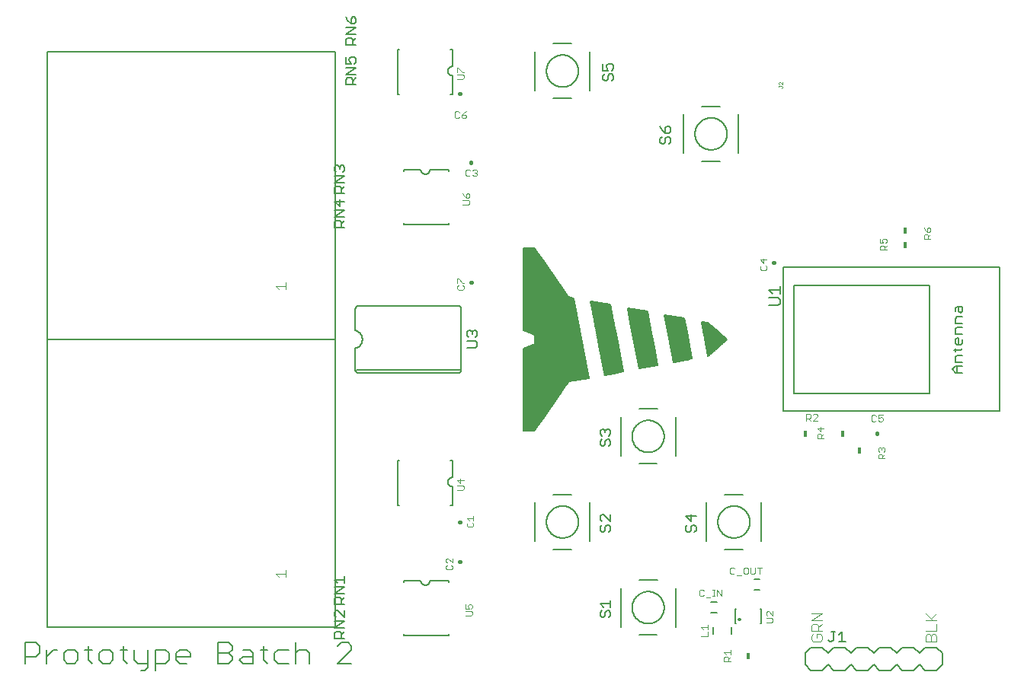
<source format=gto>
G75*
%MOIN*%
%OFA0B0*%
%FSLAX25Y25*%
%IPPOS*%
%LPD*%
%AMOC8*
5,1,8,0,0,1.08239X$1,22.5*
%
%ADD10C,0.00800*%
%ADD11C,0.00600*%
%ADD12C,0.00300*%
%ADD13C,0.00500*%
%ADD14R,0.01500X0.03000*%
%ADD15C,0.01200*%
%ADD16C,0.00700*%
%ADD17C,0.00400*%
%ADD18C,0.01500*%
%ADD19C,0.00100*%
D10*
X0040104Y0010500D02*
X0040104Y0019708D01*
X0044708Y0019708D01*
X0046243Y0018173D01*
X0046243Y0015104D01*
X0044708Y0013569D01*
X0040104Y0013569D01*
X0049312Y0013569D02*
X0052382Y0016639D01*
X0053916Y0016639D01*
X0056985Y0015104D02*
X0056985Y0012035D01*
X0058520Y0010500D01*
X0061589Y0010500D01*
X0063124Y0012035D01*
X0063124Y0015104D01*
X0061589Y0016639D01*
X0058520Y0016639D01*
X0056985Y0015104D01*
X0049312Y0016639D02*
X0049312Y0010500D01*
X0066193Y0016639D02*
X0069263Y0016639D01*
X0067728Y0018173D02*
X0067728Y0012035D01*
X0069263Y0010500D01*
X0072332Y0012035D02*
X0072332Y0015104D01*
X0073867Y0016639D01*
X0076936Y0016639D01*
X0078470Y0015104D01*
X0078470Y0012035D01*
X0076936Y0010500D01*
X0073867Y0010500D01*
X0072332Y0012035D01*
X0081540Y0016639D02*
X0084609Y0016639D01*
X0083074Y0018173D02*
X0083074Y0012035D01*
X0084609Y0010500D01*
X0087678Y0012035D02*
X0089213Y0010500D01*
X0093817Y0010500D01*
X0093817Y0008965D02*
X0092282Y0007431D01*
X0090748Y0007431D01*
X0093817Y0008965D02*
X0093817Y0016639D01*
X0096886Y0016639D02*
X0101490Y0016639D01*
X0103025Y0015104D01*
X0103025Y0012035D01*
X0101490Y0010500D01*
X0096886Y0010500D01*
X0096886Y0007431D02*
X0096886Y0016639D01*
X0087678Y0016639D02*
X0087678Y0012035D01*
X0106094Y0012035D02*
X0106094Y0015104D01*
X0107629Y0016639D01*
X0110698Y0016639D01*
X0112233Y0015104D01*
X0112233Y0013569D01*
X0106094Y0013569D01*
X0106094Y0012035D02*
X0107629Y0010500D01*
X0110698Y0010500D01*
X0124510Y0010500D02*
X0124510Y0019708D01*
X0129114Y0019708D01*
X0130648Y0018173D01*
X0130648Y0016639D01*
X0129114Y0015104D01*
X0124510Y0015104D01*
X0129114Y0015104D02*
X0130648Y0013569D01*
X0130648Y0012035D01*
X0129114Y0010500D01*
X0124510Y0010500D01*
X0133718Y0012035D02*
X0135252Y0013569D01*
X0139856Y0013569D01*
X0139856Y0015104D02*
X0139856Y0010500D01*
X0135252Y0010500D01*
X0133718Y0012035D01*
X0138322Y0016639D02*
X0139856Y0015104D01*
X0138322Y0016639D02*
X0135252Y0016639D01*
X0142925Y0016639D02*
X0145995Y0016639D01*
X0144460Y0018173D02*
X0144460Y0012035D01*
X0145995Y0010500D01*
X0149064Y0012035D02*
X0150599Y0010500D01*
X0155203Y0010500D01*
X0158272Y0010500D02*
X0158272Y0019708D01*
X0159807Y0016639D02*
X0162876Y0016639D01*
X0164410Y0015104D01*
X0164410Y0010500D01*
X0158272Y0015104D02*
X0159807Y0016639D01*
X0155203Y0016639D02*
X0150599Y0016639D01*
X0149064Y0015104D01*
X0149064Y0012035D01*
X0176688Y0010500D02*
X0182826Y0016639D01*
X0182826Y0018173D01*
X0181292Y0019708D01*
X0178222Y0019708D01*
X0176688Y0018173D01*
X0176688Y0010500D02*
X0182826Y0010500D01*
X0205651Y0022895D02*
X0225336Y0022895D01*
X0225336Y0023683D01*
X0205651Y0023683D02*
X0205651Y0022895D01*
X0205651Y0046124D02*
X0205651Y0046911D01*
X0213131Y0046911D01*
X0213133Y0046824D01*
X0213139Y0046737D01*
X0213148Y0046650D01*
X0213162Y0046564D01*
X0213179Y0046479D01*
X0213200Y0046394D01*
X0213225Y0046311D01*
X0213253Y0046228D01*
X0213285Y0046147D01*
X0213321Y0046068D01*
X0213360Y0045990D01*
X0213402Y0045914D01*
X0213448Y0045840D01*
X0213497Y0045768D01*
X0213549Y0045698D01*
X0213604Y0045631D01*
X0213662Y0045566D01*
X0213723Y0045503D01*
X0213787Y0045444D01*
X0213853Y0045387D01*
X0213922Y0045334D01*
X0213993Y0045283D01*
X0214066Y0045236D01*
X0214141Y0045191D01*
X0214218Y0045151D01*
X0214296Y0045113D01*
X0214377Y0045080D01*
X0214458Y0045049D01*
X0214541Y0045023D01*
X0214626Y0045000D01*
X0214711Y0044981D01*
X0214796Y0044966D01*
X0214883Y0044954D01*
X0214969Y0044946D01*
X0215056Y0044942D01*
X0215144Y0044942D01*
X0215231Y0044946D01*
X0215317Y0044954D01*
X0215404Y0044966D01*
X0215489Y0044981D01*
X0215574Y0045000D01*
X0215659Y0045023D01*
X0215742Y0045049D01*
X0215823Y0045080D01*
X0215904Y0045113D01*
X0215982Y0045151D01*
X0216059Y0045191D01*
X0216134Y0045236D01*
X0216207Y0045283D01*
X0216278Y0045334D01*
X0216347Y0045387D01*
X0216413Y0045444D01*
X0216477Y0045503D01*
X0216538Y0045566D01*
X0216596Y0045631D01*
X0216651Y0045698D01*
X0216703Y0045768D01*
X0216752Y0045840D01*
X0216798Y0045914D01*
X0216840Y0045990D01*
X0216879Y0046068D01*
X0216915Y0046147D01*
X0216947Y0046228D01*
X0216975Y0046311D01*
X0217000Y0046394D01*
X0217021Y0046479D01*
X0217038Y0046564D01*
X0217052Y0046650D01*
X0217061Y0046737D01*
X0217067Y0046824D01*
X0217069Y0046911D01*
X0225336Y0046911D01*
X0225336Y0046124D01*
X0263100Y0064100D02*
X0263100Y0081100D01*
X0271100Y0084600D02*
X0279147Y0084600D01*
X0287100Y0081100D02*
X0287100Y0064100D01*
X0279029Y0060600D02*
X0271100Y0060600D01*
X0268100Y0072600D02*
X0268102Y0072772D01*
X0268108Y0072943D01*
X0268119Y0073115D01*
X0268134Y0073286D01*
X0268153Y0073457D01*
X0268176Y0073627D01*
X0268203Y0073797D01*
X0268235Y0073966D01*
X0268270Y0074134D01*
X0268310Y0074301D01*
X0268354Y0074467D01*
X0268401Y0074632D01*
X0268453Y0074796D01*
X0268509Y0074958D01*
X0268569Y0075119D01*
X0268633Y0075279D01*
X0268701Y0075437D01*
X0268772Y0075593D01*
X0268847Y0075747D01*
X0268927Y0075900D01*
X0269009Y0076050D01*
X0269096Y0076199D01*
X0269186Y0076345D01*
X0269280Y0076489D01*
X0269377Y0076631D01*
X0269478Y0076770D01*
X0269582Y0076907D01*
X0269689Y0077041D01*
X0269800Y0077172D01*
X0269913Y0077301D01*
X0270030Y0077427D01*
X0270150Y0077550D01*
X0270273Y0077670D01*
X0270399Y0077787D01*
X0270528Y0077900D01*
X0270659Y0078011D01*
X0270793Y0078118D01*
X0270930Y0078222D01*
X0271069Y0078323D01*
X0271211Y0078420D01*
X0271355Y0078514D01*
X0271501Y0078604D01*
X0271650Y0078691D01*
X0271800Y0078773D01*
X0271953Y0078853D01*
X0272107Y0078928D01*
X0272263Y0078999D01*
X0272421Y0079067D01*
X0272581Y0079131D01*
X0272742Y0079191D01*
X0272904Y0079247D01*
X0273068Y0079299D01*
X0273233Y0079346D01*
X0273399Y0079390D01*
X0273566Y0079430D01*
X0273734Y0079465D01*
X0273903Y0079497D01*
X0274073Y0079524D01*
X0274243Y0079547D01*
X0274414Y0079566D01*
X0274585Y0079581D01*
X0274757Y0079592D01*
X0274928Y0079598D01*
X0275100Y0079600D01*
X0275272Y0079598D01*
X0275443Y0079592D01*
X0275615Y0079581D01*
X0275786Y0079566D01*
X0275957Y0079547D01*
X0276127Y0079524D01*
X0276297Y0079497D01*
X0276466Y0079465D01*
X0276634Y0079430D01*
X0276801Y0079390D01*
X0276967Y0079346D01*
X0277132Y0079299D01*
X0277296Y0079247D01*
X0277458Y0079191D01*
X0277619Y0079131D01*
X0277779Y0079067D01*
X0277937Y0078999D01*
X0278093Y0078928D01*
X0278247Y0078853D01*
X0278400Y0078773D01*
X0278550Y0078691D01*
X0278699Y0078604D01*
X0278845Y0078514D01*
X0278989Y0078420D01*
X0279131Y0078323D01*
X0279270Y0078222D01*
X0279407Y0078118D01*
X0279541Y0078011D01*
X0279672Y0077900D01*
X0279801Y0077787D01*
X0279927Y0077670D01*
X0280050Y0077550D01*
X0280170Y0077427D01*
X0280287Y0077301D01*
X0280400Y0077172D01*
X0280511Y0077041D01*
X0280618Y0076907D01*
X0280722Y0076770D01*
X0280823Y0076631D01*
X0280920Y0076489D01*
X0281014Y0076345D01*
X0281104Y0076199D01*
X0281191Y0076050D01*
X0281273Y0075900D01*
X0281353Y0075747D01*
X0281428Y0075593D01*
X0281499Y0075437D01*
X0281567Y0075279D01*
X0281631Y0075119D01*
X0281691Y0074958D01*
X0281747Y0074796D01*
X0281799Y0074632D01*
X0281846Y0074467D01*
X0281890Y0074301D01*
X0281930Y0074134D01*
X0281965Y0073966D01*
X0281997Y0073797D01*
X0282024Y0073627D01*
X0282047Y0073457D01*
X0282066Y0073286D01*
X0282081Y0073115D01*
X0282092Y0072943D01*
X0282098Y0072772D01*
X0282100Y0072600D01*
X0282098Y0072428D01*
X0282092Y0072257D01*
X0282081Y0072085D01*
X0282066Y0071914D01*
X0282047Y0071743D01*
X0282024Y0071573D01*
X0281997Y0071403D01*
X0281965Y0071234D01*
X0281930Y0071066D01*
X0281890Y0070899D01*
X0281846Y0070733D01*
X0281799Y0070568D01*
X0281747Y0070404D01*
X0281691Y0070242D01*
X0281631Y0070081D01*
X0281567Y0069921D01*
X0281499Y0069763D01*
X0281428Y0069607D01*
X0281353Y0069453D01*
X0281273Y0069300D01*
X0281191Y0069150D01*
X0281104Y0069001D01*
X0281014Y0068855D01*
X0280920Y0068711D01*
X0280823Y0068569D01*
X0280722Y0068430D01*
X0280618Y0068293D01*
X0280511Y0068159D01*
X0280400Y0068028D01*
X0280287Y0067899D01*
X0280170Y0067773D01*
X0280050Y0067650D01*
X0279927Y0067530D01*
X0279801Y0067413D01*
X0279672Y0067300D01*
X0279541Y0067189D01*
X0279407Y0067082D01*
X0279270Y0066978D01*
X0279131Y0066877D01*
X0278989Y0066780D01*
X0278845Y0066686D01*
X0278699Y0066596D01*
X0278550Y0066509D01*
X0278400Y0066427D01*
X0278247Y0066347D01*
X0278093Y0066272D01*
X0277937Y0066201D01*
X0277779Y0066133D01*
X0277619Y0066069D01*
X0277458Y0066009D01*
X0277296Y0065953D01*
X0277132Y0065901D01*
X0276967Y0065854D01*
X0276801Y0065810D01*
X0276634Y0065770D01*
X0276466Y0065735D01*
X0276297Y0065703D01*
X0276127Y0065676D01*
X0275957Y0065653D01*
X0275786Y0065634D01*
X0275615Y0065619D01*
X0275443Y0065608D01*
X0275272Y0065602D01*
X0275100Y0065600D01*
X0274928Y0065602D01*
X0274757Y0065608D01*
X0274585Y0065619D01*
X0274414Y0065634D01*
X0274243Y0065653D01*
X0274073Y0065676D01*
X0273903Y0065703D01*
X0273734Y0065735D01*
X0273566Y0065770D01*
X0273399Y0065810D01*
X0273233Y0065854D01*
X0273068Y0065901D01*
X0272904Y0065953D01*
X0272742Y0066009D01*
X0272581Y0066069D01*
X0272421Y0066133D01*
X0272263Y0066201D01*
X0272107Y0066272D01*
X0271953Y0066347D01*
X0271800Y0066427D01*
X0271650Y0066509D01*
X0271501Y0066596D01*
X0271355Y0066686D01*
X0271211Y0066780D01*
X0271069Y0066877D01*
X0270930Y0066978D01*
X0270793Y0067082D01*
X0270659Y0067189D01*
X0270528Y0067300D01*
X0270399Y0067413D01*
X0270273Y0067530D01*
X0270150Y0067650D01*
X0270030Y0067773D01*
X0269913Y0067899D01*
X0269800Y0068028D01*
X0269689Y0068159D01*
X0269582Y0068293D01*
X0269478Y0068430D01*
X0269377Y0068569D01*
X0269280Y0068711D01*
X0269186Y0068855D01*
X0269096Y0069001D01*
X0269009Y0069150D01*
X0268927Y0069300D01*
X0268847Y0069453D01*
X0268772Y0069607D01*
X0268701Y0069763D01*
X0268633Y0069921D01*
X0268569Y0070081D01*
X0268509Y0070242D01*
X0268453Y0070404D01*
X0268401Y0070568D01*
X0268354Y0070733D01*
X0268310Y0070899D01*
X0268270Y0071066D01*
X0268235Y0071234D01*
X0268203Y0071403D01*
X0268176Y0071573D01*
X0268153Y0071743D01*
X0268134Y0071914D01*
X0268119Y0072085D01*
X0268108Y0072257D01*
X0268102Y0072428D01*
X0268100Y0072600D01*
X0308600Y0047100D02*
X0316647Y0047100D01*
X0324600Y0043600D02*
X0324600Y0026600D01*
X0316529Y0023100D02*
X0308600Y0023100D01*
X0300600Y0026600D02*
X0300600Y0043600D01*
X0305600Y0035100D02*
X0305602Y0035272D01*
X0305608Y0035443D01*
X0305619Y0035615D01*
X0305634Y0035786D01*
X0305653Y0035957D01*
X0305676Y0036127D01*
X0305703Y0036297D01*
X0305735Y0036466D01*
X0305770Y0036634D01*
X0305810Y0036801D01*
X0305854Y0036967D01*
X0305901Y0037132D01*
X0305953Y0037296D01*
X0306009Y0037458D01*
X0306069Y0037619D01*
X0306133Y0037779D01*
X0306201Y0037937D01*
X0306272Y0038093D01*
X0306347Y0038247D01*
X0306427Y0038400D01*
X0306509Y0038550D01*
X0306596Y0038699D01*
X0306686Y0038845D01*
X0306780Y0038989D01*
X0306877Y0039131D01*
X0306978Y0039270D01*
X0307082Y0039407D01*
X0307189Y0039541D01*
X0307300Y0039672D01*
X0307413Y0039801D01*
X0307530Y0039927D01*
X0307650Y0040050D01*
X0307773Y0040170D01*
X0307899Y0040287D01*
X0308028Y0040400D01*
X0308159Y0040511D01*
X0308293Y0040618D01*
X0308430Y0040722D01*
X0308569Y0040823D01*
X0308711Y0040920D01*
X0308855Y0041014D01*
X0309001Y0041104D01*
X0309150Y0041191D01*
X0309300Y0041273D01*
X0309453Y0041353D01*
X0309607Y0041428D01*
X0309763Y0041499D01*
X0309921Y0041567D01*
X0310081Y0041631D01*
X0310242Y0041691D01*
X0310404Y0041747D01*
X0310568Y0041799D01*
X0310733Y0041846D01*
X0310899Y0041890D01*
X0311066Y0041930D01*
X0311234Y0041965D01*
X0311403Y0041997D01*
X0311573Y0042024D01*
X0311743Y0042047D01*
X0311914Y0042066D01*
X0312085Y0042081D01*
X0312257Y0042092D01*
X0312428Y0042098D01*
X0312600Y0042100D01*
X0312772Y0042098D01*
X0312943Y0042092D01*
X0313115Y0042081D01*
X0313286Y0042066D01*
X0313457Y0042047D01*
X0313627Y0042024D01*
X0313797Y0041997D01*
X0313966Y0041965D01*
X0314134Y0041930D01*
X0314301Y0041890D01*
X0314467Y0041846D01*
X0314632Y0041799D01*
X0314796Y0041747D01*
X0314958Y0041691D01*
X0315119Y0041631D01*
X0315279Y0041567D01*
X0315437Y0041499D01*
X0315593Y0041428D01*
X0315747Y0041353D01*
X0315900Y0041273D01*
X0316050Y0041191D01*
X0316199Y0041104D01*
X0316345Y0041014D01*
X0316489Y0040920D01*
X0316631Y0040823D01*
X0316770Y0040722D01*
X0316907Y0040618D01*
X0317041Y0040511D01*
X0317172Y0040400D01*
X0317301Y0040287D01*
X0317427Y0040170D01*
X0317550Y0040050D01*
X0317670Y0039927D01*
X0317787Y0039801D01*
X0317900Y0039672D01*
X0318011Y0039541D01*
X0318118Y0039407D01*
X0318222Y0039270D01*
X0318323Y0039131D01*
X0318420Y0038989D01*
X0318514Y0038845D01*
X0318604Y0038699D01*
X0318691Y0038550D01*
X0318773Y0038400D01*
X0318853Y0038247D01*
X0318928Y0038093D01*
X0318999Y0037937D01*
X0319067Y0037779D01*
X0319131Y0037619D01*
X0319191Y0037458D01*
X0319247Y0037296D01*
X0319299Y0037132D01*
X0319346Y0036967D01*
X0319390Y0036801D01*
X0319430Y0036634D01*
X0319465Y0036466D01*
X0319497Y0036297D01*
X0319524Y0036127D01*
X0319547Y0035957D01*
X0319566Y0035786D01*
X0319581Y0035615D01*
X0319592Y0035443D01*
X0319598Y0035272D01*
X0319600Y0035100D01*
X0319598Y0034928D01*
X0319592Y0034757D01*
X0319581Y0034585D01*
X0319566Y0034414D01*
X0319547Y0034243D01*
X0319524Y0034073D01*
X0319497Y0033903D01*
X0319465Y0033734D01*
X0319430Y0033566D01*
X0319390Y0033399D01*
X0319346Y0033233D01*
X0319299Y0033068D01*
X0319247Y0032904D01*
X0319191Y0032742D01*
X0319131Y0032581D01*
X0319067Y0032421D01*
X0318999Y0032263D01*
X0318928Y0032107D01*
X0318853Y0031953D01*
X0318773Y0031800D01*
X0318691Y0031650D01*
X0318604Y0031501D01*
X0318514Y0031355D01*
X0318420Y0031211D01*
X0318323Y0031069D01*
X0318222Y0030930D01*
X0318118Y0030793D01*
X0318011Y0030659D01*
X0317900Y0030528D01*
X0317787Y0030399D01*
X0317670Y0030273D01*
X0317550Y0030150D01*
X0317427Y0030030D01*
X0317301Y0029913D01*
X0317172Y0029800D01*
X0317041Y0029689D01*
X0316907Y0029582D01*
X0316770Y0029478D01*
X0316631Y0029377D01*
X0316489Y0029280D01*
X0316345Y0029186D01*
X0316199Y0029096D01*
X0316050Y0029009D01*
X0315900Y0028927D01*
X0315747Y0028847D01*
X0315593Y0028772D01*
X0315437Y0028701D01*
X0315279Y0028633D01*
X0315119Y0028569D01*
X0314958Y0028509D01*
X0314796Y0028453D01*
X0314632Y0028401D01*
X0314467Y0028354D01*
X0314301Y0028310D01*
X0314134Y0028270D01*
X0313966Y0028235D01*
X0313797Y0028203D01*
X0313627Y0028176D01*
X0313457Y0028153D01*
X0313286Y0028134D01*
X0313115Y0028119D01*
X0312943Y0028108D01*
X0312772Y0028102D01*
X0312600Y0028100D01*
X0312428Y0028102D01*
X0312257Y0028108D01*
X0312085Y0028119D01*
X0311914Y0028134D01*
X0311743Y0028153D01*
X0311573Y0028176D01*
X0311403Y0028203D01*
X0311234Y0028235D01*
X0311066Y0028270D01*
X0310899Y0028310D01*
X0310733Y0028354D01*
X0310568Y0028401D01*
X0310404Y0028453D01*
X0310242Y0028509D01*
X0310081Y0028569D01*
X0309921Y0028633D01*
X0309763Y0028701D01*
X0309607Y0028772D01*
X0309453Y0028847D01*
X0309300Y0028927D01*
X0309150Y0029009D01*
X0309001Y0029096D01*
X0308855Y0029186D01*
X0308711Y0029280D01*
X0308569Y0029377D01*
X0308430Y0029478D01*
X0308293Y0029582D01*
X0308159Y0029689D01*
X0308028Y0029800D01*
X0307899Y0029913D01*
X0307773Y0030030D01*
X0307650Y0030150D01*
X0307530Y0030273D01*
X0307413Y0030399D01*
X0307300Y0030528D01*
X0307189Y0030659D01*
X0307082Y0030793D01*
X0306978Y0030930D01*
X0306877Y0031069D01*
X0306780Y0031211D01*
X0306686Y0031355D01*
X0306596Y0031501D01*
X0306509Y0031650D01*
X0306427Y0031800D01*
X0306347Y0031953D01*
X0306272Y0032107D01*
X0306201Y0032263D01*
X0306133Y0032421D01*
X0306069Y0032581D01*
X0306009Y0032742D01*
X0305953Y0032904D01*
X0305901Y0033068D01*
X0305854Y0033233D01*
X0305810Y0033399D01*
X0305770Y0033566D01*
X0305735Y0033734D01*
X0305703Y0033903D01*
X0305676Y0034073D01*
X0305653Y0034243D01*
X0305634Y0034414D01*
X0305619Y0034585D01*
X0305608Y0034757D01*
X0305602Y0034928D01*
X0305600Y0035100D01*
X0346100Y0060600D02*
X0354029Y0060600D01*
X0362100Y0064100D02*
X0362100Y0081100D01*
X0354147Y0084600D02*
X0346100Y0084600D01*
X0338100Y0081100D02*
X0338100Y0064100D01*
X0343100Y0072600D02*
X0343102Y0072772D01*
X0343108Y0072943D01*
X0343119Y0073115D01*
X0343134Y0073286D01*
X0343153Y0073457D01*
X0343176Y0073627D01*
X0343203Y0073797D01*
X0343235Y0073966D01*
X0343270Y0074134D01*
X0343310Y0074301D01*
X0343354Y0074467D01*
X0343401Y0074632D01*
X0343453Y0074796D01*
X0343509Y0074958D01*
X0343569Y0075119D01*
X0343633Y0075279D01*
X0343701Y0075437D01*
X0343772Y0075593D01*
X0343847Y0075747D01*
X0343927Y0075900D01*
X0344009Y0076050D01*
X0344096Y0076199D01*
X0344186Y0076345D01*
X0344280Y0076489D01*
X0344377Y0076631D01*
X0344478Y0076770D01*
X0344582Y0076907D01*
X0344689Y0077041D01*
X0344800Y0077172D01*
X0344913Y0077301D01*
X0345030Y0077427D01*
X0345150Y0077550D01*
X0345273Y0077670D01*
X0345399Y0077787D01*
X0345528Y0077900D01*
X0345659Y0078011D01*
X0345793Y0078118D01*
X0345930Y0078222D01*
X0346069Y0078323D01*
X0346211Y0078420D01*
X0346355Y0078514D01*
X0346501Y0078604D01*
X0346650Y0078691D01*
X0346800Y0078773D01*
X0346953Y0078853D01*
X0347107Y0078928D01*
X0347263Y0078999D01*
X0347421Y0079067D01*
X0347581Y0079131D01*
X0347742Y0079191D01*
X0347904Y0079247D01*
X0348068Y0079299D01*
X0348233Y0079346D01*
X0348399Y0079390D01*
X0348566Y0079430D01*
X0348734Y0079465D01*
X0348903Y0079497D01*
X0349073Y0079524D01*
X0349243Y0079547D01*
X0349414Y0079566D01*
X0349585Y0079581D01*
X0349757Y0079592D01*
X0349928Y0079598D01*
X0350100Y0079600D01*
X0350272Y0079598D01*
X0350443Y0079592D01*
X0350615Y0079581D01*
X0350786Y0079566D01*
X0350957Y0079547D01*
X0351127Y0079524D01*
X0351297Y0079497D01*
X0351466Y0079465D01*
X0351634Y0079430D01*
X0351801Y0079390D01*
X0351967Y0079346D01*
X0352132Y0079299D01*
X0352296Y0079247D01*
X0352458Y0079191D01*
X0352619Y0079131D01*
X0352779Y0079067D01*
X0352937Y0078999D01*
X0353093Y0078928D01*
X0353247Y0078853D01*
X0353400Y0078773D01*
X0353550Y0078691D01*
X0353699Y0078604D01*
X0353845Y0078514D01*
X0353989Y0078420D01*
X0354131Y0078323D01*
X0354270Y0078222D01*
X0354407Y0078118D01*
X0354541Y0078011D01*
X0354672Y0077900D01*
X0354801Y0077787D01*
X0354927Y0077670D01*
X0355050Y0077550D01*
X0355170Y0077427D01*
X0355287Y0077301D01*
X0355400Y0077172D01*
X0355511Y0077041D01*
X0355618Y0076907D01*
X0355722Y0076770D01*
X0355823Y0076631D01*
X0355920Y0076489D01*
X0356014Y0076345D01*
X0356104Y0076199D01*
X0356191Y0076050D01*
X0356273Y0075900D01*
X0356353Y0075747D01*
X0356428Y0075593D01*
X0356499Y0075437D01*
X0356567Y0075279D01*
X0356631Y0075119D01*
X0356691Y0074958D01*
X0356747Y0074796D01*
X0356799Y0074632D01*
X0356846Y0074467D01*
X0356890Y0074301D01*
X0356930Y0074134D01*
X0356965Y0073966D01*
X0356997Y0073797D01*
X0357024Y0073627D01*
X0357047Y0073457D01*
X0357066Y0073286D01*
X0357081Y0073115D01*
X0357092Y0072943D01*
X0357098Y0072772D01*
X0357100Y0072600D01*
X0357098Y0072428D01*
X0357092Y0072257D01*
X0357081Y0072085D01*
X0357066Y0071914D01*
X0357047Y0071743D01*
X0357024Y0071573D01*
X0356997Y0071403D01*
X0356965Y0071234D01*
X0356930Y0071066D01*
X0356890Y0070899D01*
X0356846Y0070733D01*
X0356799Y0070568D01*
X0356747Y0070404D01*
X0356691Y0070242D01*
X0356631Y0070081D01*
X0356567Y0069921D01*
X0356499Y0069763D01*
X0356428Y0069607D01*
X0356353Y0069453D01*
X0356273Y0069300D01*
X0356191Y0069150D01*
X0356104Y0069001D01*
X0356014Y0068855D01*
X0355920Y0068711D01*
X0355823Y0068569D01*
X0355722Y0068430D01*
X0355618Y0068293D01*
X0355511Y0068159D01*
X0355400Y0068028D01*
X0355287Y0067899D01*
X0355170Y0067773D01*
X0355050Y0067650D01*
X0354927Y0067530D01*
X0354801Y0067413D01*
X0354672Y0067300D01*
X0354541Y0067189D01*
X0354407Y0067082D01*
X0354270Y0066978D01*
X0354131Y0066877D01*
X0353989Y0066780D01*
X0353845Y0066686D01*
X0353699Y0066596D01*
X0353550Y0066509D01*
X0353400Y0066427D01*
X0353247Y0066347D01*
X0353093Y0066272D01*
X0352937Y0066201D01*
X0352779Y0066133D01*
X0352619Y0066069D01*
X0352458Y0066009D01*
X0352296Y0065953D01*
X0352132Y0065901D01*
X0351967Y0065854D01*
X0351801Y0065810D01*
X0351634Y0065770D01*
X0351466Y0065735D01*
X0351297Y0065703D01*
X0351127Y0065676D01*
X0350957Y0065653D01*
X0350786Y0065634D01*
X0350615Y0065619D01*
X0350443Y0065608D01*
X0350272Y0065602D01*
X0350100Y0065600D01*
X0349928Y0065602D01*
X0349757Y0065608D01*
X0349585Y0065619D01*
X0349414Y0065634D01*
X0349243Y0065653D01*
X0349073Y0065676D01*
X0348903Y0065703D01*
X0348734Y0065735D01*
X0348566Y0065770D01*
X0348399Y0065810D01*
X0348233Y0065854D01*
X0348068Y0065901D01*
X0347904Y0065953D01*
X0347742Y0066009D01*
X0347581Y0066069D01*
X0347421Y0066133D01*
X0347263Y0066201D01*
X0347107Y0066272D01*
X0346953Y0066347D01*
X0346800Y0066427D01*
X0346650Y0066509D01*
X0346501Y0066596D01*
X0346355Y0066686D01*
X0346211Y0066780D01*
X0346069Y0066877D01*
X0345930Y0066978D01*
X0345793Y0067082D01*
X0345659Y0067189D01*
X0345528Y0067300D01*
X0345399Y0067413D01*
X0345273Y0067530D01*
X0345150Y0067650D01*
X0345030Y0067773D01*
X0344913Y0067899D01*
X0344800Y0068028D01*
X0344689Y0068159D01*
X0344582Y0068293D01*
X0344478Y0068430D01*
X0344377Y0068569D01*
X0344280Y0068711D01*
X0344186Y0068855D01*
X0344096Y0069001D01*
X0344009Y0069150D01*
X0343927Y0069300D01*
X0343847Y0069453D01*
X0343772Y0069607D01*
X0343701Y0069763D01*
X0343633Y0069921D01*
X0343569Y0070081D01*
X0343509Y0070242D01*
X0343453Y0070404D01*
X0343401Y0070568D01*
X0343354Y0070733D01*
X0343310Y0070899D01*
X0343270Y0071066D01*
X0343235Y0071234D01*
X0343203Y0071403D01*
X0343176Y0071573D01*
X0343153Y0071743D01*
X0343134Y0071914D01*
X0343119Y0072085D01*
X0343108Y0072257D01*
X0343102Y0072428D01*
X0343100Y0072600D01*
X0316529Y0098100D02*
X0308600Y0098100D01*
X0300600Y0101600D02*
X0300600Y0118600D01*
X0308600Y0122100D02*
X0316647Y0122100D01*
X0324600Y0118600D02*
X0324600Y0101600D01*
X0305600Y0110100D02*
X0305602Y0110272D01*
X0305608Y0110443D01*
X0305619Y0110615D01*
X0305634Y0110786D01*
X0305653Y0110957D01*
X0305676Y0111127D01*
X0305703Y0111297D01*
X0305735Y0111466D01*
X0305770Y0111634D01*
X0305810Y0111801D01*
X0305854Y0111967D01*
X0305901Y0112132D01*
X0305953Y0112296D01*
X0306009Y0112458D01*
X0306069Y0112619D01*
X0306133Y0112779D01*
X0306201Y0112937D01*
X0306272Y0113093D01*
X0306347Y0113247D01*
X0306427Y0113400D01*
X0306509Y0113550D01*
X0306596Y0113699D01*
X0306686Y0113845D01*
X0306780Y0113989D01*
X0306877Y0114131D01*
X0306978Y0114270D01*
X0307082Y0114407D01*
X0307189Y0114541D01*
X0307300Y0114672D01*
X0307413Y0114801D01*
X0307530Y0114927D01*
X0307650Y0115050D01*
X0307773Y0115170D01*
X0307899Y0115287D01*
X0308028Y0115400D01*
X0308159Y0115511D01*
X0308293Y0115618D01*
X0308430Y0115722D01*
X0308569Y0115823D01*
X0308711Y0115920D01*
X0308855Y0116014D01*
X0309001Y0116104D01*
X0309150Y0116191D01*
X0309300Y0116273D01*
X0309453Y0116353D01*
X0309607Y0116428D01*
X0309763Y0116499D01*
X0309921Y0116567D01*
X0310081Y0116631D01*
X0310242Y0116691D01*
X0310404Y0116747D01*
X0310568Y0116799D01*
X0310733Y0116846D01*
X0310899Y0116890D01*
X0311066Y0116930D01*
X0311234Y0116965D01*
X0311403Y0116997D01*
X0311573Y0117024D01*
X0311743Y0117047D01*
X0311914Y0117066D01*
X0312085Y0117081D01*
X0312257Y0117092D01*
X0312428Y0117098D01*
X0312600Y0117100D01*
X0312772Y0117098D01*
X0312943Y0117092D01*
X0313115Y0117081D01*
X0313286Y0117066D01*
X0313457Y0117047D01*
X0313627Y0117024D01*
X0313797Y0116997D01*
X0313966Y0116965D01*
X0314134Y0116930D01*
X0314301Y0116890D01*
X0314467Y0116846D01*
X0314632Y0116799D01*
X0314796Y0116747D01*
X0314958Y0116691D01*
X0315119Y0116631D01*
X0315279Y0116567D01*
X0315437Y0116499D01*
X0315593Y0116428D01*
X0315747Y0116353D01*
X0315900Y0116273D01*
X0316050Y0116191D01*
X0316199Y0116104D01*
X0316345Y0116014D01*
X0316489Y0115920D01*
X0316631Y0115823D01*
X0316770Y0115722D01*
X0316907Y0115618D01*
X0317041Y0115511D01*
X0317172Y0115400D01*
X0317301Y0115287D01*
X0317427Y0115170D01*
X0317550Y0115050D01*
X0317670Y0114927D01*
X0317787Y0114801D01*
X0317900Y0114672D01*
X0318011Y0114541D01*
X0318118Y0114407D01*
X0318222Y0114270D01*
X0318323Y0114131D01*
X0318420Y0113989D01*
X0318514Y0113845D01*
X0318604Y0113699D01*
X0318691Y0113550D01*
X0318773Y0113400D01*
X0318853Y0113247D01*
X0318928Y0113093D01*
X0318999Y0112937D01*
X0319067Y0112779D01*
X0319131Y0112619D01*
X0319191Y0112458D01*
X0319247Y0112296D01*
X0319299Y0112132D01*
X0319346Y0111967D01*
X0319390Y0111801D01*
X0319430Y0111634D01*
X0319465Y0111466D01*
X0319497Y0111297D01*
X0319524Y0111127D01*
X0319547Y0110957D01*
X0319566Y0110786D01*
X0319581Y0110615D01*
X0319592Y0110443D01*
X0319598Y0110272D01*
X0319600Y0110100D01*
X0319598Y0109928D01*
X0319592Y0109757D01*
X0319581Y0109585D01*
X0319566Y0109414D01*
X0319547Y0109243D01*
X0319524Y0109073D01*
X0319497Y0108903D01*
X0319465Y0108734D01*
X0319430Y0108566D01*
X0319390Y0108399D01*
X0319346Y0108233D01*
X0319299Y0108068D01*
X0319247Y0107904D01*
X0319191Y0107742D01*
X0319131Y0107581D01*
X0319067Y0107421D01*
X0318999Y0107263D01*
X0318928Y0107107D01*
X0318853Y0106953D01*
X0318773Y0106800D01*
X0318691Y0106650D01*
X0318604Y0106501D01*
X0318514Y0106355D01*
X0318420Y0106211D01*
X0318323Y0106069D01*
X0318222Y0105930D01*
X0318118Y0105793D01*
X0318011Y0105659D01*
X0317900Y0105528D01*
X0317787Y0105399D01*
X0317670Y0105273D01*
X0317550Y0105150D01*
X0317427Y0105030D01*
X0317301Y0104913D01*
X0317172Y0104800D01*
X0317041Y0104689D01*
X0316907Y0104582D01*
X0316770Y0104478D01*
X0316631Y0104377D01*
X0316489Y0104280D01*
X0316345Y0104186D01*
X0316199Y0104096D01*
X0316050Y0104009D01*
X0315900Y0103927D01*
X0315747Y0103847D01*
X0315593Y0103772D01*
X0315437Y0103701D01*
X0315279Y0103633D01*
X0315119Y0103569D01*
X0314958Y0103509D01*
X0314796Y0103453D01*
X0314632Y0103401D01*
X0314467Y0103354D01*
X0314301Y0103310D01*
X0314134Y0103270D01*
X0313966Y0103235D01*
X0313797Y0103203D01*
X0313627Y0103176D01*
X0313457Y0103153D01*
X0313286Y0103134D01*
X0313115Y0103119D01*
X0312943Y0103108D01*
X0312772Y0103102D01*
X0312600Y0103100D01*
X0312428Y0103102D01*
X0312257Y0103108D01*
X0312085Y0103119D01*
X0311914Y0103134D01*
X0311743Y0103153D01*
X0311573Y0103176D01*
X0311403Y0103203D01*
X0311234Y0103235D01*
X0311066Y0103270D01*
X0310899Y0103310D01*
X0310733Y0103354D01*
X0310568Y0103401D01*
X0310404Y0103453D01*
X0310242Y0103509D01*
X0310081Y0103569D01*
X0309921Y0103633D01*
X0309763Y0103701D01*
X0309607Y0103772D01*
X0309453Y0103847D01*
X0309300Y0103927D01*
X0309150Y0104009D01*
X0309001Y0104096D01*
X0308855Y0104186D01*
X0308711Y0104280D01*
X0308569Y0104377D01*
X0308430Y0104478D01*
X0308293Y0104582D01*
X0308159Y0104689D01*
X0308028Y0104800D01*
X0307899Y0104913D01*
X0307773Y0105030D01*
X0307650Y0105150D01*
X0307530Y0105273D01*
X0307413Y0105399D01*
X0307300Y0105528D01*
X0307189Y0105659D01*
X0307082Y0105793D01*
X0306978Y0105930D01*
X0306877Y0106069D01*
X0306780Y0106211D01*
X0306686Y0106355D01*
X0306596Y0106501D01*
X0306509Y0106650D01*
X0306427Y0106800D01*
X0306347Y0106953D01*
X0306272Y0107107D01*
X0306201Y0107263D01*
X0306133Y0107421D01*
X0306069Y0107581D01*
X0306009Y0107742D01*
X0305953Y0107904D01*
X0305901Y0108068D01*
X0305854Y0108233D01*
X0305810Y0108399D01*
X0305770Y0108566D01*
X0305735Y0108734D01*
X0305703Y0108903D01*
X0305676Y0109073D01*
X0305653Y0109243D01*
X0305634Y0109414D01*
X0305619Y0109585D01*
X0305608Y0109757D01*
X0305602Y0109928D01*
X0305600Y0110100D01*
X0230800Y0139100D02*
X0230800Y0166100D01*
X0230796Y0166168D01*
X0230787Y0166235D01*
X0230776Y0166302D01*
X0230760Y0166368D01*
X0230741Y0166433D01*
X0230719Y0166497D01*
X0230693Y0166559D01*
X0230664Y0166620D01*
X0230631Y0166680D01*
X0230596Y0166738D01*
X0230557Y0166793D01*
X0230515Y0166847D01*
X0230471Y0166898D01*
X0230423Y0166946D01*
X0230374Y0166992D01*
X0230321Y0167035D01*
X0230267Y0167076D01*
X0230210Y0167113D01*
X0230152Y0167147D01*
X0230092Y0167178D01*
X0230030Y0167206D01*
X0229967Y0167230D01*
X0229902Y0167251D01*
X0229837Y0167268D01*
X0229770Y0167282D01*
X0229703Y0167292D01*
X0229636Y0167298D01*
X0229568Y0167301D01*
X0229500Y0167300D01*
X0186100Y0167300D01*
X0186019Y0167298D01*
X0185938Y0167292D01*
X0185858Y0167283D01*
X0185778Y0167269D01*
X0185699Y0167252D01*
X0185621Y0167231D01*
X0185544Y0167207D01*
X0185468Y0167178D01*
X0185394Y0167146D01*
X0185321Y0167111D01*
X0185250Y0167072D01*
X0185181Y0167030D01*
X0185114Y0166985D01*
X0185049Y0166936D01*
X0184987Y0166885D01*
X0184927Y0166830D01*
X0184870Y0166773D01*
X0184815Y0166713D01*
X0184764Y0166651D01*
X0184715Y0166586D01*
X0184670Y0166519D01*
X0184628Y0166450D01*
X0184589Y0166379D01*
X0184554Y0166306D01*
X0184522Y0166232D01*
X0184493Y0166156D01*
X0184469Y0166079D01*
X0184448Y0166001D01*
X0184431Y0165922D01*
X0184417Y0165842D01*
X0184408Y0165762D01*
X0184402Y0165681D01*
X0184400Y0165600D01*
X0184391Y0156537D01*
X0184514Y0156508D01*
X0184635Y0156476D01*
X0184756Y0156441D01*
X0184876Y0156401D01*
X0184994Y0156358D01*
X0185111Y0156311D01*
X0185226Y0156260D01*
X0185340Y0156206D01*
X0185452Y0156149D01*
X0185562Y0156087D01*
X0185670Y0156023D01*
X0185776Y0155955D01*
X0185880Y0155884D01*
X0185981Y0155809D01*
X0186080Y0155732D01*
X0186177Y0155651D01*
X0186271Y0155567D01*
X0186363Y0155481D01*
X0186452Y0155392D01*
X0186537Y0155300D01*
X0186620Y0155205D01*
X0186700Y0155108D01*
X0186777Y0155008D01*
X0186851Y0154906D01*
X0186922Y0154802D01*
X0186989Y0154695D01*
X0187053Y0154587D01*
X0187113Y0154476D01*
X0187170Y0154364D01*
X0187223Y0154250D01*
X0187273Y0154134D01*
X0187319Y0154017D01*
X0187362Y0153898D01*
X0187401Y0153779D01*
X0187436Y0153658D01*
X0187467Y0153536D01*
X0187494Y0153413D01*
X0187518Y0153289D01*
X0187537Y0153165D01*
X0187553Y0153040D01*
X0187565Y0152914D01*
X0187573Y0152789D01*
X0187577Y0152663D01*
X0187577Y0152537D01*
X0187573Y0152411D01*
X0187565Y0152286D01*
X0187553Y0152160D01*
X0187537Y0152035D01*
X0187518Y0151911D01*
X0187494Y0151787D01*
X0187467Y0151664D01*
X0187436Y0151542D01*
X0187401Y0151421D01*
X0187362Y0151302D01*
X0187319Y0151183D01*
X0187273Y0151066D01*
X0187223Y0150950D01*
X0187170Y0150836D01*
X0187113Y0150724D01*
X0187053Y0150613D01*
X0186989Y0150505D01*
X0186922Y0150398D01*
X0186851Y0150294D01*
X0186777Y0150192D01*
X0186700Y0150092D01*
X0186620Y0149995D01*
X0186537Y0149900D01*
X0186452Y0149808D01*
X0186363Y0149719D01*
X0186271Y0149633D01*
X0186177Y0149549D01*
X0186080Y0149468D01*
X0185981Y0149391D01*
X0185880Y0149316D01*
X0185776Y0149245D01*
X0185670Y0149177D01*
X0185562Y0149113D01*
X0185452Y0149051D01*
X0185340Y0148994D01*
X0185226Y0148940D01*
X0185111Y0148889D01*
X0184994Y0148842D01*
X0184876Y0148799D01*
X0184756Y0148759D01*
X0184635Y0148724D01*
X0184514Y0148692D01*
X0184391Y0148663D01*
X0184400Y0139400D01*
X0184876Y0139300D02*
X0230500Y0139300D01*
X0230800Y0139100D02*
X0230796Y0139032D01*
X0230787Y0138965D01*
X0230776Y0138898D01*
X0230760Y0138832D01*
X0230741Y0138767D01*
X0230719Y0138703D01*
X0230693Y0138641D01*
X0230664Y0138580D01*
X0230631Y0138520D01*
X0230596Y0138462D01*
X0230557Y0138407D01*
X0230515Y0138353D01*
X0230471Y0138302D01*
X0230423Y0138254D01*
X0230374Y0138208D01*
X0230321Y0138165D01*
X0230267Y0138124D01*
X0230210Y0138087D01*
X0230152Y0138053D01*
X0230092Y0138022D01*
X0230030Y0137994D01*
X0229967Y0137970D01*
X0229902Y0137949D01*
X0229837Y0137932D01*
X0229770Y0137918D01*
X0229703Y0137908D01*
X0229636Y0137902D01*
X0229568Y0137899D01*
X0229500Y0137900D01*
X0186100Y0137900D01*
X0186021Y0137897D01*
X0185943Y0137898D01*
X0185864Y0137903D01*
X0185786Y0137911D01*
X0185708Y0137924D01*
X0185631Y0137940D01*
X0185555Y0137960D01*
X0185480Y0137984D01*
X0185406Y0138011D01*
X0185334Y0138042D01*
X0185263Y0138076D01*
X0185194Y0138114D01*
X0185127Y0138155D01*
X0185062Y0138200D01*
X0185000Y0138247D01*
X0184939Y0138298D01*
X0184882Y0138351D01*
X0184827Y0138408D01*
X0184775Y0138467D01*
X0184725Y0138528D01*
X0184679Y0138592D01*
X0184636Y0138658D01*
X0184596Y0138726D01*
X0184560Y0138795D01*
X0184527Y0138867D01*
X0184498Y0138940D01*
X0184472Y0139014D01*
X0184450Y0139090D01*
X0184432Y0139166D01*
X0184418Y0139244D01*
X0184407Y0139322D01*
X0184400Y0139400D01*
X0202895Y0099549D02*
X0202895Y0079864D01*
X0203683Y0079864D01*
X0226124Y0079864D02*
X0226911Y0079864D01*
X0226911Y0088131D01*
X0226824Y0088133D01*
X0226737Y0088139D01*
X0226650Y0088148D01*
X0226564Y0088162D01*
X0226479Y0088179D01*
X0226394Y0088200D01*
X0226311Y0088225D01*
X0226228Y0088253D01*
X0226147Y0088285D01*
X0226068Y0088321D01*
X0225990Y0088360D01*
X0225914Y0088402D01*
X0225840Y0088448D01*
X0225768Y0088497D01*
X0225698Y0088549D01*
X0225631Y0088604D01*
X0225566Y0088662D01*
X0225503Y0088723D01*
X0225444Y0088787D01*
X0225387Y0088853D01*
X0225334Y0088922D01*
X0225283Y0088993D01*
X0225236Y0089066D01*
X0225191Y0089141D01*
X0225151Y0089218D01*
X0225113Y0089296D01*
X0225080Y0089377D01*
X0225049Y0089458D01*
X0225023Y0089541D01*
X0225000Y0089626D01*
X0224981Y0089711D01*
X0224966Y0089796D01*
X0224954Y0089883D01*
X0224946Y0089969D01*
X0224942Y0090056D01*
X0224942Y0090144D01*
X0224946Y0090231D01*
X0224954Y0090317D01*
X0224966Y0090404D01*
X0224981Y0090489D01*
X0225000Y0090574D01*
X0225023Y0090659D01*
X0225049Y0090742D01*
X0225080Y0090823D01*
X0225113Y0090904D01*
X0225151Y0090982D01*
X0225191Y0091059D01*
X0225236Y0091134D01*
X0225283Y0091207D01*
X0225334Y0091278D01*
X0225387Y0091347D01*
X0225444Y0091413D01*
X0225503Y0091477D01*
X0225566Y0091538D01*
X0225631Y0091596D01*
X0225698Y0091651D01*
X0225768Y0091703D01*
X0225840Y0091752D01*
X0225914Y0091798D01*
X0225990Y0091840D01*
X0226068Y0091879D01*
X0226147Y0091915D01*
X0226228Y0091947D01*
X0226311Y0091975D01*
X0226394Y0092000D01*
X0226479Y0092021D01*
X0226564Y0092038D01*
X0226650Y0092052D01*
X0226737Y0092061D01*
X0226824Y0092067D01*
X0226911Y0092069D01*
X0226911Y0099549D01*
X0226124Y0099549D01*
X0203683Y0099549D02*
X0202895Y0099549D01*
X0350750Y0034541D02*
X0350750Y0028159D01*
X0351123Y0028159D01*
X0351123Y0034541D02*
X0350750Y0034541D01*
X0361577Y0034541D02*
X0361950Y0034541D01*
X0361950Y0028159D01*
X0361577Y0028159D01*
X0381350Y0015100D02*
X0383850Y0017600D01*
X0388850Y0017600D01*
X0391350Y0015100D01*
X0393850Y0017600D01*
X0398850Y0017600D01*
X0401350Y0015100D01*
X0403850Y0017600D01*
X0408850Y0017600D01*
X0411350Y0015100D01*
X0413850Y0017600D01*
X0418850Y0017600D01*
X0421350Y0015100D01*
X0423850Y0017600D01*
X0428850Y0017600D01*
X0431350Y0015100D01*
X0433850Y0017600D01*
X0438850Y0017600D01*
X0441350Y0015100D01*
X0441350Y0010100D01*
X0438850Y0007600D01*
X0433850Y0007600D01*
X0431350Y0010100D01*
X0428850Y0007600D01*
X0423850Y0007600D01*
X0421350Y0010100D01*
X0418850Y0007600D01*
X0413850Y0007600D01*
X0411350Y0010100D01*
X0408850Y0007600D01*
X0403850Y0007600D01*
X0401350Y0010100D01*
X0398850Y0007600D01*
X0393850Y0007600D01*
X0391350Y0010100D01*
X0388850Y0007600D01*
X0383850Y0007600D01*
X0381350Y0010100D01*
X0381350Y0015100D01*
X0225336Y0202895D02*
X0205651Y0202895D01*
X0205651Y0203683D01*
X0225336Y0203683D02*
X0225336Y0202895D01*
X0225336Y0226124D02*
X0225336Y0226911D01*
X0217069Y0226911D01*
X0217067Y0226824D01*
X0217061Y0226737D01*
X0217052Y0226650D01*
X0217038Y0226564D01*
X0217021Y0226479D01*
X0217000Y0226394D01*
X0216975Y0226311D01*
X0216947Y0226228D01*
X0216915Y0226147D01*
X0216879Y0226068D01*
X0216840Y0225990D01*
X0216798Y0225914D01*
X0216752Y0225840D01*
X0216703Y0225768D01*
X0216651Y0225698D01*
X0216596Y0225631D01*
X0216538Y0225566D01*
X0216477Y0225503D01*
X0216413Y0225444D01*
X0216347Y0225387D01*
X0216278Y0225334D01*
X0216207Y0225283D01*
X0216134Y0225236D01*
X0216059Y0225191D01*
X0215982Y0225151D01*
X0215904Y0225113D01*
X0215823Y0225080D01*
X0215742Y0225049D01*
X0215659Y0225023D01*
X0215574Y0225000D01*
X0215489Y0224981D01*
X0215404Y0224966D01*
X0215317Y0224954D01*
X0215231Y0224946D01*
X0215144Y0224942D01*
X0215056Y0224942D01*
X0214969Y0224946D01*
X0214883Y0224954D01*
X0214796Y0224966D01*
X0214711Y0224981D01*
X0214626Y0225000D01*
X0214541Y0225023D01*
X0214458Y0225049D01*
X0214377Y0225080D01*
X0214296Y0225113D01*
X0214218Y0225151D01*
X0214141Y0225191D01*
X0214066Y0225236D01*
X0213993Y0225283D01*
X0213922Y0225334D01*
X0213853Y0225387D01*
X0213787Y0225444D01*
X0213723Y0225503D01*
X0213662Y0225566D01*
X0213604Y0225631D01*
X0213549Y0225698D01*
X0213497Y0225768D01*
X0213448Y0225840D01*
X0213402Y0225914D01*
X0213360Y0225990D01*
X0213321Y0226068D01*
X0213285Y0226147D01*
X0213253Y0226228D01*
X0213225Y0226311D01*
X0213200Y0226394D01*
X0213179Y0226479D01*
X0213162Y0226564D01*
X0213148Y0226650D01*
X0213139Y0226737D01*
X0213133Y0226824D01*
X0213131Y0226911D01*
X0205651Y0226911D01*
X0205651Y0226124D01*
X0203683Y0259864D02*
X0202895Y0259864D01*
X0202895Y0279549D01*
X0203683Y0279549D01*
X0226124Y0279549D02*
X0226911Y0279549D01*
X0226911Y0272069D01*
X0226824Y0272067D01*
X0226737Y0272061D01*
X0226650Y0272052D01*
X0226564Y0272038D01*
X0226479Y0272021D01*
X0226394Y0272000D01*
X0226311Y0271975D01*
X0226228Y0271947D01*
X0226147Y0271915D01*
X0226068Y0271879D01*
X0225990Y0271840D01*
X0225914Y0271798D01*
X0225840Y0271752D01*
X0225768Y0271703D01*
X0225698Y0271651D01*
X0225631Y0271596D01*
X0225566Y0271538D01*
X0225503Y0271477D01*
X0225444Y0271413D01*
X0225387Y0271347D01*
X0225334Y0271278D01*
X0225283Y0271207D01*
X0225236Y0271134D01*
X0225191Y0271059D01*
X0225151Y0270982D01*
X0225113Y0270904D01*
X0225080Y0270823D01*
X0225049Y0270742D01*
X0225023Y0270659D01*
X0225000Y0270574D01*
X0224981Y0270489D01*
X0224966Y0270404D01*
X0224954Y0270317D01*
X0224946Y0270231D01*
X0224942Y0270144D01*
X0224942Y0270056D01*
X0224946Y0269969D01*
X0224954Y0269883D01*
X0224966Y0269796D01*
X0224981Y0269711D01*
X0225000Y0269626D01*
X0225023Y0269541D01*
X0225049Y0269458D01*
X0225080Y0269377D01*
X0225113Y0269296D01*
X0225151Y0269218D01*
X0225191Y0269141D01*
X0225236Y0269066D01*
X0225283Y0268993D01*
X0225334Y0268922D01*
X0225387Y0268853D01*
X0225444Y0268787D01*
X0225503Y0268723D01*
X0225566Y0268662D01*
X0225631Y0268604D01*
X0225698Y0268549D01*
X0225768Y0268497D01*
X0225840Y0268448D01*
X0225914Y0268402D01*
X0225990Y0268360D01*
X0226068Y0268321D01*
X0226147Y0268285D01*
X0226228Y0268253D01*
X0226311Y0268225D01*
X0226394Y0268200D01*
X0226479Y0268179D01*
X0226564Y0268162D01*
X0226650Y0268148D01*
X0226737Y0268139D01*
X0226824Y0268133D01*
X0226911Y0268131D01*
X0226911Y0259864D01*
X0226124Y0259864D01*
X0263100Y0261600D02*
X0263100Y0278600D01*
X0271100Y0282100D02*
X0279147Y0282100D01*
X0287100Y0278600D02*
X0287100Y0261600D01*
X0279029Y0258100D02*
X0271100Y0258100D01*
X0268100Y0270100D02*
X0268102Y0270272D01*
X0268108Y0270443D01*
X0268119Y0270615D01*
X0268134Y0270786D01*
X0268153Y0270957D01*
X0268176Y0271127D01*
X0268203Y0271297D01*
X0268235Y0271466D01*
X0268270Y0271634D01*
X0268310Y0271801D01*
X0268354Y0271967D01*
X0268401Y0272132D01*
X0268453Y0272296D01*
X0268509Y0272458D01*
X0268569Y0272619D01*
X0268633Y0272779D01*
X0268701Y0272937D01*
X0268772Y0273093D01*
X0268847Y0273247D01*
X0268927Y0273400D01*
X0269009Y0273550D01*
X0269096Y0273699D01*
X0269186Y0273845D01*
X0269280Y0273989D01*
X0269377Y0274131D01*
X0269478Y0274270D01*
X0269582Y0274407D01*
X0269689Y0274541D01*
X0269800Y0274672D01*
X0269913Y0274801D01*
X0270030Y0274927D01*
X0270150Y0275050D01*
X0270273Y0275170D01*
X0270399Y0275287D01*
X0270528Y0275400D01*
X0270659Y0275511D01*
X0270793Y0275618D01*
X0270930Y0275722D01*
X0271069Y0275823D01*
X0271211Y0275920D01*
X0271355Y0276014D01*
X0271501Y0276104D01*
X0271650Y0276191D01*
X0271800Y0276273D01*
X0271953Y0276353D01*
X0272107Y0276428D01*
X0272263Y0276499D01*
X0272421Y0276567D01*
X0272581Y0276631D01*
X0272742Y0276691D01*
X0272904Y0276747D01*
X0273068Y0276799D01*
X0273233Y0276846D01*
X0273399Y0276890D01*
X0273566Y0276930D01*
X0273734Y0276965D01*
X0273903Y0276997D01*
X0274073Y0277024D01*
X0274243Y0277047D01*
X0274414Y0277066D01*
X0274585Y0277081D01*
X0274757Y0277092D01*
X0274928Y0277098D01*
X0275100Y0277100D01*
X0275272Y0277098D01*
X0275443Y0277092D01*
X0275615Y0277081D01*
X0275786Y0277066D01*
X0275957Y0277047D01*
X0276127Y0277024D01*
X0276297Y0276997D01*
X0276466Y0276965D01*
X0276634Y0276930D01*
X0276801Y0276890D01*
X0276967Y0276846D01*
X0277132Y0276799D01*
X0277296Y0276747D01*
X0277458Y0276691D01*
X0277619Y0276631D01*
X0277779Y0276567D01*
X0277937Y0276499D01*
X0278093Y0276428D01*
X0278247Y0276353D01*
X0278400Y0276273D01*
X0278550Y0276191D01*
X0278699Y0276104D01*
X0278845Y0276014D01*
X0278989Y0275920D01*
X0279131Y0275823D01*
X0279270Y0275722D01*
X0279407Y0275618D01*
X0279541Y0275511D01*
X0279672Y0275400D01*
X0279801Y0275287D01*
X0279927Y0275170D01*
X0280050Y0275050D01*
X0280170Y0274927D01*
X0280287Y0274801D01*
X0280400Y0274672D01*
X0280511Y0274541D01*
X0280618Y0274407D01*
X0280722Y0274270D01*
X0280823Y0274131D01*
X0280920Y0273989D01*
X0281014Y0273845D01*
X0281104Y0273699D01*
X0281191Y0273550D01*
X0281273Y0273400D01*
X0281353Y0273247D01*
X0281428Y0273093D01*
X0281499Y0272937D01*
X0281567Y0272779D01*
X0281631Y0272619D01*
X0281691Y0272458D01*
X0281747Y0272296D01*
X0281799Y0272132D01*
X0281846Y0271967D01*
X0281890Y0271801D01*
X0281930Y0271634D01*
X0281965Y0271466D01*
X0281997Y0271297D01*
X0282024Y0271127D01*
X0282047Y0270957D01*
X0282066Y0270786D01*
X0282081Y0270615D01*
X0282092Y0270443D01*
X0282098Y0270272D01*
X0282100Y0270100D01*
X0282098Y0269928D01*
X0282092Y0269757D01*
X0282081Y0269585D01*
X0282066Y0269414D01*
X0282047Y0269243D01*
X0282024Y0269073D01*
X0281997Y0268903D01*
X0281965Y0268734D01*
X0281930Y0268566D01*
X0281890Y0268399D01*
X0281846Y0268233D01*
X0281799Y0268068D01*
X0281747Y0267904D01*
X0281691Y0267742D01*
X0281631Y0267581D01*
X0281567Y0267421D01*
X0281499Y0267263D01*
X0281428Y0267107D01*
X0281353Y0266953D01*
X0281273Y0266800D01*
X0281191Y0266650D01*
X0281104Y0266501D01*
X0281014Y0266355D01*
X0280920Y0266211D01*
X0280823Y0266069D01*
X0280722Y0265930D01*
X0280618Y0265793D01*
X0280511Y0265659D01*
X0280400Y0265528D01*
X0280287Y0265399D01*
X0280170Y0265273D01*
X0280050Y0265150D01*
X0279927Y0265030D01*
X0279801Y0264913D01*
X0279672Y0264800D01*
X0279541Y0264689D01*
X0279407Y0264582D01*
X0279270Y0264478D01*
X0279131Y0264377D01*
X0278989Y0264280D01*
X0278845Y0264186D01*
X0278699Y0264096D01*
X0278550Y0264009D01*
X0278400Y0263927D01*
X0278247Y0263847D01*
X0278093Y0263772D01*
X0277937Y0263701D01*
X0277779Y0263633D01*
X0277619Y0263569D01*
X0277458Y0263509D01*
X0277296Y0263453D01*
X0277132Y0263401D01*
X0276967Y0263354D01*
X0276801Y0263310D01*
X0276634Y0263270D01*
X0276466Y0263235D01*
X0276297Y0263203D01*
X0276127Y0263176D01*
X0275957Y0263153D01*
X0275786Y0263134D01*
X0275615Y0263119D01*
X0275443Y0263108D01*
X0275272Y0263102D01*
X0275100Y0263100D01*
X0274928Y0263102D01*
X0274757Y0263108D01*
X0274585Y0263119D01*
X0274414Y0263134D01*
X0274243Y0263153D01*
X0274073Y0263176D01*
X0273903Y0263203D01*
X0273734Y0263235D01*
X0273566Y0263270D01*
X0273399Y0263310D01*
X0273233Y0263354D01*
X0273068Y0263401D01*
X0272904Y0263453D01*
X0272742Y0263509D01*
X0272581Y0263569D01*
X0272421Y0263633D01*
X0272263Y0263701D01*
X0272107Y0263772D01*
X0271953Y0263847D01*
X0271800Y0263927D01*
X0271650Y0264009D01*
X0271501Y0264096D01*
X0271355Y0264186D01*
X0271211Y0264280D01*
X0271069Y0264377D01*
X0270930Y0264478D01*
X0270793Y0264582D01*
X0270659Y0264689D01*
X0270528Y0264800D01*
X0270399Y0264913D01*
X0270273Y0265030D01*
X0270150Y0265150D01*
X0270030Y0265273D01*
X0269913Y0265399D01*
X0269800Y0265528D01*
X0269689Y0265659D01*
X0269582Y0265793D01*
X0269478Y0265930D01*
X0269377Y0266069D01*
X0269280Y0266211D01*
X0269186Y0266355D01*
X0269096Y0266501D01*
X0269009Y0266650D01*
X0268927Y0266800D01*
X0268847Y0266953D01*
X0268772Y0267107D01*
X0268701Y0267263D01*
X0268633Y0267421D01*
X0268569Y0267581D01*
X0268509Y0267742D01*
X0268453Y0267904D01*
X0268401Y0268068D01*
X0268354Y0268233D01*
X0268310Y0268399D01*
X0268270Y0268566D01*
X0268235Y0268734D01*
X0268203Y0268903D01*
X0268176Y0269073D01*
X0268153Y0269243D01*
X0268134Y0269414D01*
X0268119Y0269585D01*
X0268108Y0269757D01*
X0268102Y0269928D01*
X0268100Y0270100D01*
X0328100Y0251100D02*
X0328100Y0234100D01*
X0336100Y0230600D02*
X0344029Y0230600D01*
X0352100Y0234100D02*
X0352100Y0251100D01*
X0344147Y0254600D02*
X0336100Y0254600D01*
X0333100Y0242600D02*
X0333102Y0242772D01*
X0333108Y0242943D01*
X0333119Y0243115D01*
X0333134Y0243286D01*
X0333153Y0243457D01*
X0333176Y0243627D01*
X0333203Y0243797D01*
X0333235Y0243966D01*
X0333270Y0244134D01*
X0333310Y0244301D01*
X0333354Y0244467D01*
X0333401Y0244632D01*
X0333453Y0244796D01*
X0333509Y0244958D01*
X0333569Y0245119D01*
X0333633Y0245279D01*
X0333701Y0245437D01*
X0333772Y0245593D01*
X0333847Y0245747D01*
X0333927Y0245900D01*
X0334009Y0246050D01*
X0334096Y0246199D01*
X0334186Y0246345D01*
X0334280Y0246489D01*
X0334377Y0246631D01*
X0334478Y0246770D01*
X0334582Y0246907D01*
X0334689Y0247041D01*
X0334800Y0247172D01*
X0334913Y0247301D01*
X0335030Y0247427D01*
X0335150Y0247550D01*
X0335273Y0247670D01*
X0335399Y0247787D01*
X0335528Y0247900D01*
X0335659Y0248011D01*
X0335793Y0248118D01*
X0335930Y0248222D01*
X0336069Y0248323D01*
X0336211Y0248420D01*
X0336355Y0248514D01*
X0336501Y0248604D01*
X0336650Y0248691D01*
X0336800Y0248773D01*
X0336953Y0248853D01*
X0337107Y0248928D01*
X0337263Y0248999D01*
X0337421Y0249067D01*
X0337581Y0249131D01*
X0337742Y0249191D01*
X0337904Y0249247D01*
X0338068Y0249299D01*
X0338233Y0249346D01*
X0338399Y0249390D01*
X0338566Y0249430D01*
X0338734Y0249465D01*
X0338903Y0249497D01*
X0339073Y0249524D01*
X0339243Y0249547D01*
X0339414Y0249566D01*
X0339585Y0249581D01*
X0339757Y0249592D01*
X0339928Y0249598D01*
X0340100Y0249600D01*
X0340272Y0249598D01*
X0340443Y0249592D01*
X0340615Y0249581D01*
X0340786Y0249566D01*
X0340957Y0249547D01*
X0341127Y0249524D01*
X0341297Y0249497D01*
X0341466Y0249465D01*
X0341634Y0249430D01*
X0341801Y0249390D01*
X0341967Y0249346D01*
X0342132Y0249299D01*
X0342296Y0249247D01*
X0342458Y0249191D01*
X0342619Y0249131D01*
X0342779Y0249067D01*
X0342937Y0248999D01*
X0343093Y0248928D01*
X0343247Y0248853D01*
X0343400Y0248773D01*
X0343550Y0248691D01*
X0343699Y0248604D01*
X0343845Y0248514D01*
X0343989Y0248420D01*
X0344131Y0248323D01*
X0344270Y0248222D01*
X0344407Y0248118D01*
X0344541Y0248011D01*
X0344672Y0247900D01*
X0344801Y0247787D01*
X0344927Y0247670D01*
X0345050Y0247550D01*
X0345170Y0247427D01*
X0345287Y0247301D01*
X0345400Y0247172D01*
X0345511Y0247041D01*
X0345618Y0246907D01*
X0345722Y0246770D01*
X0345823Y0246631D01*
X0345920Y0246489D01*
X0346014Y0246345D01*
X0346104Y0246199D01*
X0346191Y0246050D01*
X0346273Y0245900D01*
X0346353Y0245747D01*
X0346428Y0245593D01*
X0346499Y0245437D01*
X0346567Y0245279D01*
X0346631Y0245119D01*
X0346691Y0244958D01*
X0346747Y0244796D01*
X0346799Y0244632D01*
X0346846Y0244467D01*
X0346890Y0244301D01*
X0346930Y0244134D01*
X0346965Y0243966D01*
X0346997Y0243797D01*
X0347024Y0243627D01*
X0347047Y0243457D01*
X0347066Y0243286D01*
X0347081Y0243115D01*
X0347092Y0242943D01*
X0347098Y0242772D01*
X0347100Y0242600D01*
X0347098Y0242428D01*
X0347092Y0242257D01*
X0347081Y0242085D01*
X0347066Y0241914D01*
X0347047Y0241743D01*
X0347024Y0241573D01*
X0346997Y0241403D01*
X0346965Y0241234D01*
X0346930Y0241066D01*
X0346890Y0240899D01*
X0346846Y0240733D01*
X0346799Y0240568D01*
X0346747Y0240404D01*
X0346691Y0240242D01*
X0346631Y0240081D01*
X0346567Y0239921D01*
X0346499Y0239763D01*
X0346428Y0239607D01*
X0346353Y0239453D01*
X0346273Y0239300D01*
X0346191Y0239150D01*
X0346104Y0239001D01*
X0346014Y0238855D01*
X0345920Y0238711D01*
X0345823Y0238569D01*
X0345722Y0238430D01*
X0345618Y0238293D01*
X0345511Y0238159D01*
X0345400Y0238028D01*
X0345287Y0237899D01*
X0345170Y0237773D01*
X0345050Y0237650D01*
X0344927Y0237530D01*
X0344801Y0237413D01*
X0344672Y0237300D01*
X0344541Y0237189D01*
X0344407Y0237082D01*
X0344270Y0236978D01*
X0344131Y0236877D01*
X0343989Y0236780D01*
X0343845Y0236686D01*
X0343699Y0236596D01*
X0343550Y0236509D01*
X0343400Y0236427D01*
X0343247Y0236347D01*
X0343093Y0236272D01*
X0342937Y0236201D01*
X0342779Y0236133D01*
X0342619Y0236069D01*
X0342458Y0236009D01*
X0342296Y0235953D01*
X0342132Y0235901D01*
X0341967Y0235854D01*
X0341801Y0235810D01*
X0341634Y0235770D01*
X0341466Y0235735D01*
X0341297Y0235703D01*
X0341127Y0235676D01*
X0340957Y0235653D01*
X0340786Y0235634D01*
X0340615Y0235619D01*
X0340443Y0235608D01*
X0340272Y0235602D01*
X0340100Y0235600D01*
X0339928Y0235602D01*
X0339757Y0235608D01*
X0339585Y0235619D01*
X0339414Y0235634D01*
X0339243Y0235653D01*
X0339073Y0235676D01*
X0338903Y0235703D01*
X0338734Y0235735D01*
X0338566Y0235770D01*
X0338399Y0235810D01*
X0338233Y0235854D01*
X0338068Y0235901D01*
X0337904Y0235953D01*
X0337742Y0236009D01*
X0337581Y0236069D01*
X0337421Y0236133D01*
X0337263Y0236201D01*
X0337107Y0236272D01*
X0336953Y0236347D01*
X0336800Y0236427D01*
X0336650Y0236509D01*
X0336501Y0236596D01*
X0336355Y0236686D01*
X0336211Y0236780D01*
X0336069Y0236877D01*
X0335930Y0236978D01*
X0335793Y0237082D01*
X0335659Y0237189D01*
X0335528Y0237300D01*
X0335399Y0237413D01*
X0335273Y0237530D01*
X0335150Y0237650D01*
X0335030Y0237773D01*
X0334913Y0237899D01*
X0334800Y0238028D01*
X0334689Y0238159D01*
X0334582Y0238293D01*
X0334478Y0238430D01*
X0334377Y0238569D01*
X0334280Y0238711D01*
X0334186Y0238855D01*
X0334096Y0239001D01*
X0334009Y0239150D01*
X0333927Y0239300D01*
X0333847Y0239453D01*
X0333772Y0239607D01*
X0333701Y0239763D01*
X0333633Y0239921D01*
X0333569Y0240081D01*
X0333509Y0240242D01*
X0333453Y0240404D01*
X0333401Y0240568D01*
X0333354Y0240733D01*
X0333310Y0240899D01*
X0333270Y0241066D01*
X0333235Y0241234D01*
X0333203Y0241403D01*
X0333176Y0241573D01*
X0333153Y0241743D01*
X0333134Y0241914D01*
X0333119Y0242085D01*
X0333108Y0242257D01*
X0333102Y0242428D01*
X0333100Y0242600D01*
D11*
X0447041Y0166238D02*
X0447775Y0166972D01*
X0449977Y0166972D01*
X0449977Y0164770D01*
X0449243Y0164036D01*
X0448509Y0164770D01*
X0448509Y0166972D01*
X0447041Y0166238D02*
X0447041Y0164770D01*
X0447775Y0162368D02*
X0449977Y0162368D01*
X0447775Y0162368D02*
X0447041Y0161634D01*
X0447041Y0159432D01*
X0449977Y0159432D01*
X0449977Y0157764D02*
X0447775Y0157764D01*
X0447041Y0157030D01*
X0447041Y0154828D01*
X0449977Y0154828D01*
X0448509Y0153160D02*
X0448509Y0150224D01*
X0447775Y0150224D02*
X0447041Y0150958D01*
X0447041Y0152426D01*
X0447775Y0153160D01*
X0448509Y0153160D01*
X0449977Y0152426D02*
X0449977Y0150958D01*
X0449243Y0150224D01*
X0447775Y0150224D01*
X0447041Y0148623D02*
X0447041Y0147155D01*
X0446307Y0147889D02*
X0449243Y0147889D01*
X0449977Y0148623D01*
X0449977Y0145487D02*
X0447775Y0145487D01*
X0447041Y0144753D01*
X0447041Y0142551D01*
X0449977Y0142551D01*
X0449977Y0140883D02*
X0447041Y0140883D01*
X0445573Y0139415D01*
X0447041Y0137947D01*
X0449977Y0137947D01*
X0447775Y0137947D02*
X0447775Y0140883D01*
X0361281Y0047462D02*
X0358919Y0047462D01*
X0358919Y0042738D02*
X0361281Y0042738D01*
X0342531Y0037462D02*
X0340169Y0037462D01*
X0340169Y0032738D02*
X0342531Y0032738D01*
D12*
X0338651Y0027444D02*
X0338651Y0025510D01*
X0338651Y0026477D02*
X0335748Y0026477D01*
X0336716Y0025510D01*
X0338651Y0024498D02*
X0338651Y0022563D01*
X0335748Y0022563D01*
X0345748Y0015521D02*
X0348650Y0015521D01*
X0348650Y0016488D02*
X0348650Y0014553D01*
X0348650Y0013542D02*
X0347683Y0012574D01*
X0347683Y0013058D02*
X0347683Y0011607D01*
X0348650Y0011607D02*
X0345748Y0011607D01*
X0345748Y0013058D01*
X0346231Y0013542D01*
X0347199Y0013542D01*
X0347683Y0013058D01*
X0346715Y0014553D02*
X0345748Y0015521D01*
X0364248Y0028553D02*
X0366666Y0028553D01*
X0367150Y0029037D01*
X0367150Y0030005D01*
X0366666Y0030488D01*
X0364248Y0030488D01*
X0364731Y0031500D02*
X0364248Y0031984D01*
X0364248Y0032951D01*
X0364731Y0033435D01*
X0365215Y0033435D01*
X0367150Y0031500D01*
X0367150Y0033435D01*
X0344738Y0040050D02*
X0344738Y0042952D01*
X0342803Y0042952D02*
X0342803Y0040050D01*
X0341807Y0040050D02*
X0340839Y0040050D01*
X0341323Y0040050D02*
X0341323Y0042952D01*
X0340839Y0042952D02*
X0341807Y0042952D01*
X0342803Y0042952D02*
X0344738Y0040050D01*
X0339828Y0039566D02*
X0337893Y0039566D01*
X0336881Y0040534D02*
X0336397Y0040050D01*
X0335430Y0040050D01*
X0334946Y0040534D01*
X0334946Y0042469D01*
X0335430Y0042952D01*
X0336397Y0042952D01*
X0336881Y0042469D01*
X0348500Y0050234D02*
X0348984Y0049750D01*
X0349951Y0049750D01*
X0350435Y0050234D01*
X0351447Y0049266D02*
X0353381Y0049266D01*
X0354393Y0050234D02*
X0354877Y0049750D01*
X0355844Y0049750D01*
X0356328Y0050234D01*
X0356328Y0052169D01*
X0355844Y0052652D01*
X0354877Y0052652D01*
X0354393Y0052169D01*
X0354393Y0050234D01*
X0357340Y0050234D02*
X0357823Y0049750D01*
X0358791Y0049750D01*
X0359275Y0050234D01*
X0359275Y0052652D01*
X0360286Y0052652D02*
X0362221Y0052652D01*
X0361254Y0052652D02*
X0361254Y0049750D01*
X0357340Y0050234D02*
X0357340Y0052652D01*
X0350435Y0052169D02*
X0349951Y0052652D01*
X0348984Y0052652D01*
X0348500Y0052169D01*
X0348500Y0050234D01*
X0413248Y0100357D02*
X0413248Y0101808D01*
X0413731Y0102292D01*
X0414699Y0102292D01*
X0415183Y0101808D01*
X0415183Y0100357D01*
X0416150Y0100357D02*
X0413248Y0100357D01*
X0415183Y0101324D02*
X0416150Y0102292D01*
X0415666Y0103303D02*
X0416150Y0103787D01*
X0416150Y0104755D01*
X0415666Y0105238D01*
X0415183Y0105238D01*
X0414699Y0104755D01*
X0414699Y0104271D01*
X0414699Y0104755D02*
X0414215Y0105238D01*
X0413731Y0105238D01*
X0413248Y0104755D01*
X0413248Y0103787D01*
X0413731Y0103303D01*
X0413787Y0116550D02*
X0413303Y0117034D01*
X0413787Y0116550D02*
X0414755Y0116550D01*
X0415238Y0117034D01*
X0415238Y0118001D01*
X0414755Y0118485D01*
X0414271Y0118485D01*
X0413303Y0118001D01*
X0413303Y0119452D01*
X0415238Y0119452D01*
X0412292Y0118969D02*
X0411808Y0119452D01*
X0410841Y0119452D01*
X0410357Y0118969D01*
X0410357Y0117034D01*
X0410841Y0116550D01*
X0411808Y0116550D01*
X0412292Y0117034D01*
X0389450Y0113648D02*
X0386548Y0113648D01*
X0387999Y0112197D01*
X0387999Y0114131D01*
X0387999Y0111185D02*
X0388483Y0110701D01*
X0388483Y0109250D01*
X0389450Y0109250D02*
X0386548Y0109250D01*
X0386548Y0110701D01*
X0387031Y0111185D01*
X0387999Y0111185D01*
X0388483Y0110217D02*
X0389450Y0111185D01*
X0386631Y0117000D02*
X0384697Y0117000D01*
X0386631Y0118935D01*
X0386631Y0119419D01*
X0386148Y0119902D01*
X0385180Y0119902D01*
X0384697Y0119419D01*
X0383685Y0119419D02*
X0383685Y0118451D01*
X0383201Y0117967D01*
X0381750Y0117967D01*
X0381750Y0117000D02*
X0381750Y0119902D01*
X0383201Y0119902D01*
X0383685Y0119419D01*
X0382717Y0117967D02*
X0383685Y0117000D01*
X0363966Y0183000D02*
X0362031Y0183000D01*
X0361548Y0183484D01*
X0361548Y0184451D01*
X0362031Y0184935D01*
X0362999Y0185947D02*
X0361548Y0187398D01*
X0364450Y0187398D01*
X0362999Y0187881D02*
X0362999Y0185947D01*
X0363966Y0184935D02*
X0364450Y0184451D01*
X0364450Y0183484D01*
X0363966Y0183000D01*
X0414048Y0191750D02*
X0414048Y0193201D01*
X0414531Y0193685D01*
X0415499Y0193685D01*
X0415983Y0193201D01*
X0415983Y0191750D01*
X0416950Y0191750D02*
X0414048Y0191750D01*
X0415983Y0192717D02*
X0416950Y0193685D01*
X0416466Y0194697D02*
X0416950Y0195180D01*
X0416950Y0196148D01*
X0416466Y0196631D01*
X0415499Y0196631D01*
X0415015Y0196148D01*
X0415015Y0195664D01*
X0415499Y0194697D01*
X0414048Y0194697D01*
X0414048Y0196631D01*
X0433248Y0196607D02*
X0433248Y0198058D01*
X0433731Y0198542D01*
X0434699Y0198542D01*
X0435183Y0198058D01*
X0435183Y0196607D01*
X0436150Y0196607D02*
X0433248Y0196607D01*
X0435183Y0197574D02*
X0436150Y0198542D01*
X0435666Y0199553D02*
X0436150Y0200037D01*
X0436150Y0201005D01*
X0435666Y0201488D01*
X0435183Y0201488D01*
X0434699Y0201005D01*
X0434699Y0199553D01*
X0435666Y0199553D01*
X0434699Y0199553D02*
X0433731Y0200521D01*
X0433248Y0201488D01*
X0237738Y0224534D02*
X0237255Y0224050D01*
X0236287Y0224050D01*
X0235803Y0224534D01*
X0234792Y0224534D02*
X0234308Y0224050D01*
X0233341Y0224050D01*
X0232857Y0224534D01*
X0232857Y0226469D01*
X0233341Y0226952D01*
X0234308Y0226952D01*
X0234792Y0226469D01*
X0235803Y0226469D02*
X0236287Y0226952D01*
X0237255Y0226952D01*
X0237738Y0226469D01*
X0237738Y0225985D01*
X0237255Y0225501D01*
X0237738Y0225017D01*
X0237738Y0224534D01*
X0237255Y0225501D02*
X0236771Y0225501D01*
X0233916Y0216488D02*
X0233433Y0216488D01*
X0232949Y0216005D01*
X0232949Y0214553D01*
X0233916Y0214553D01*
X0234400Y0215037D01*
X0234400Y0216005D01*
X0233916Y0216488D01*
X0231981Y0215521D02*
X0232949Y0214553D01*
X0231981Y0215521D02*
X0231498Y0216488D01*
X0231498Y0213542D02*
X0233916Y0213542D01*
X0234400Y0213058D01*
X0234400Y0212091D01*
X0233916Y0211607D01*
X0231498Y0211607D01*
X0229531Y0179131D02*
X0231466Y0177197D01*
X0231950Y0177197D01*
X0231466Y0176185D02*
X0231950Y0175701D01*
X0231950Y0174734D01*
X0231466Y0174250D01*
X0229531Y0174250D01*
X0229048Y0174734D01*
X0229048Y0175701D01*
X0229531Y0176185D01*
X0229048Y0177197D02*
X0229048Y0179131D01*
X0229531Y0179131D01*
X0229451Y0249500D02*
X0229935Y0249984D01*
X0229451Y0249500D02*
X0228484Y0249500D01*
X0228000Y0249984D01*
X0228000Y0251919D01*
X0228484Y0252402D01*
X0229451Y0252402D01*
X0229935Y0251919D01*
X0230947Y0250951D02*
X0230947Y0249984D01*
X0231430Y0249500D01*
X0232398Y0249500D01*
X0232881Y0249984D01*
X0232881Y0250467D01*
X0232398Y0250951D01*
X0230947Y0250951D01*
X0231914Y0251919D01*
X0232881Y0252402D01*
X0231416Y0266607D02*
X0228998Y0266607D01*
X0228998Y0268542D02*
X0231416Y0268542D01*
X0231900Y0268058D01*
X0231900Y0267091D01*
X0231416Y0266607D01*
X0231416Y0269553D02*
X0229481Y0271488D01*
X0228998Y0271488D01*
X0228998Y0269553D01*
X0231416Y0269553D02*
X0231900Y0269553D01*
X0230449Y0091488D02*
X0230449Y0089553D01*
X0228998Y0091005D01*
X0231900Y0091005D01*
X0231416Y0088542D02*
X0228998Y0088542D01*
X0228998Y0086607D02*
X0231416Y0086607D01*
X0231900Y0087091D01*
X0231900Y0088058D01*
X0231416Y0088542D01*
X0236150Y0075238D02*
X0236150Y0073303D01*
X0236150Y0074271D02*
X0233248Y0074271D01*
X0234215Y0073303D01*
X0233731Y0072292D02*
X0233248Y0071808D01*
X0233248Y0070841D01*
X0233731Y0070357D01*
X0235666Y0070357D01*
X0236150Y0070841D01*
X0236150Y0071808D01*
X0235666Y0072292D01*
X0226950Y0056631D02*
X0226950Y0054697D01*
X0225015Y0056631D01*
X0224531Y0056631D01*
X0224048Y0056148D01*
X0224048Y0055180D01*
X0224531Y0054697D01*
X0224531Y0053685D02*
X0224048Y0053201D01*
X0224048Y0052234D01*
X0224531Y0051750D01*
X0226466Y0051750D01*
X0226950Y0052234D01*
X0226950Y0053201D01*
X0226466Y0053685D01*
X0232748Y0036488D02*
X0232748Y0034553D01*
X0234199Y0034553D01*
X0233715Y0035521D01*
X0233715Y0036005D01*
X0234199Y0036488D01*
X0235166Y0036488D01*
X0235650Y0036005D01*
X0235650Y0035037D01*
X0235166Y0034553D01*
X0235166Y0033542D02*
X0232748Y0033542D01*
X0232748Y0031607D02*
X0235166Y0031607D01*
X0235650Y0032091D01*
X0235650Y0033058D01*
X0235166Y0033542D01*
D13*
X0179850Y0033749D02*
X0179850Y0030746D01*
X0176847Y0033749D01*
X0176097Y0033749D01*
X0175346Y0032998D01*
X0175346Y0031497D01*
X0176097Y0030746D01*
X0175346Y0029145D02*
X0179850Y0029145D01*
X0175346Y0026142D01*
X0179850Y0026142D01*
X0179850Y0024541D02*
X0178349Y0023039D01*
X0178349Y0023790D02*
X0178349Y0021538D01*
X0179850Y0021538D02*
X0175346Y0021538D01*
X0175346Y0023790D01*
X0176097Y0024541D01*
X0177598Y0024541D01*
X0178349Y0023790D01*
X0175592Y0026616D02*
X0049608Y0026616D01*
X0049608Y0152600D01*
X0175592Y0152600D01*
X0175592Y0278584D01*
X0049608Y0278584D01*
X0049608Y0152600D01*
X0175592Y0152600D01*
X0175592Y0026616D01*
X0175346Y0036538D02*
X0175346Y0038790D01*
X0176097Y0039541D01*
X0177598Y0039541D01*
X0178349Y0038790D01*
X0178349Y0036538D01*
X0179850Y0036538D02*
X0175346Y0036538D01*
X0178349Y0038039D02*
X0179850Y0039541D01*
X0179850Y0041142D02*
X0175346Y0041142D01*
X0179850Y0044145D01*
X0175346Y0044145D01*
X0176847Y0045746D02*
X0175346Y0047247D01*
X0179850Y0047247D01*
X0179850Y0045746D02*
X0179850Y0048749D01*
X0258036Y0112600D02*
X0262836Y0112600D01*
X0266580Y0117960D01*
X0270316Y0123320D01*
X0274060Y0128680D01*
X0277804Y0134040D01*
X0282204Y0134840D01*
X0286604Y0135640D01*
X0285276Y0142648D01*
X0283948Y0149656D01*
X0282620Y0156664D01*
X0281292Y0163672D01*
X0279964Y0170680D01*
X0277804Y0171072D01*
X0274060Y0176456D01*
X0270324Y0181832D01*
X0266580Y0187216D01*
X0262836Y0192600D01*
X0258036Y0192600D01*
X0258036Y0156520D01*
X0262916Y0154600D01*
X0262916Y0150520D01*
X0258036Y0148600D01*
X0258036Y0112600D01*
X0258036Y0112771D02*
X0262955Y0112771D01*
X0263304Y0113270D02*
X0258036Y0113270D01*
X0258036Y0113768D02*
X0263652Y0113768D01*
X0264000Y0114267D02*
X0258036Y0114267D01*
X0258036Y0114765D02*
X0264348Y0114765D01*
X0264697Y0115264D02*
X0258036Y0115264D01*
X0258036Y0115762D02*
X0265045Y0115762D01*
X0265393Y0116261D02*
X0258036Y0116261D01*
X0258036Y0116759D02*
X0265741Y0116759D01*
X0266089Y0117258D02*
X0258036Y0117258D01*
X0258036Y0117756D02*
X0266438Y0117756D01*
X0266785Y0118255D02*
X0258036Y0118255D01*
X0258036Y0118753D02*
X0267133Y0118753D01*
X0267480Y0119252D02*
X0258036Y0119252D01*
X0258036Y0119750D02*
X0267828Y0119750D01*
X0268175Y0120249D02*
X0258036Y0120249D01*
X0258036Y0120747D02*
X0268523Y0120747D01*
X0268870Y0121246D02*
X0258036Y0121246D01*
X0258036Y0121744D02*
X0269218Y0121744D01*
X0269565Y0122243D02*
X0258036Y0122243D01*
X0258036Y0122741D02*
X0269913Y0122741D01*
X0270260Y0123240D02*
X0258036Y0123240D01*
X0258036Y0123738D02*
X0270608Y0123738D01*
X0270956Y0124237D02*
X0258036Y0124237D01*
X0258036Y0124735D02*
X0271305Y0124735D01*
X0271653Y0125234D02*
X0258036Y0125234D01*
X0258036Y0125732D02*
X0272001Y0125732D01*
X0272349Y0126231D02*
X0258036Y0126231D01*
X0258036Y0126729D02*
X0272697Y0126729D01*
X0273046Y0127228D02*
X0258036Y0127228D01*
X0258036Y0127726D02*
X0273394Y0127726D01*
X0273742Y0128225D02*
X0258036Y0128225D01*
X0258036Y0128723D02*
X0274090Y0128723D01*
X0274439Y0129222D02*
X0258036Y0129222D01*
X0258036Y0129720D02*
X0274787Y0129720D01*
X0275135Y0130219D02*
X0258036Y0130219D01*
X0258036Y0130717D02*
X0275483Y0130717D01*
X0275831Y0131216D02*
X0258036Y0131216D01*
X0258036Y0131714D02*
X0276180Y0131714D01*
X0276528Y0132213D02*
X0258036Y0132213D01*
X0258036Y0132711D02*
X0276876Y0132711D01*
X0277224Y0133210D02*
X0258036Y0133210D01*
X0258036Y0133708D02*
X0277572Y0133708D01*
X0278722Y0134207D02*
X0258036Y0134207D01*
X0258036Y0134705D02*
X0281464Y0134705D01*
X0284206Y0135204D02*
X0258036Y0135204D01*
X0258036Y0135703D02*
X0286592Y0135703D01*
X0286498Y0136201D02*
X0258036Y0136201D01*
X0258036Y0136700D02*
X0286403Y0136700D01*
X0286309Y0137198D02*
X0258036Y0137198D01*
X0258036Y0137697D02*
X0286214Y0137697D01*
X0286120Y0138195D02*
X0258036Y0138195D01*
X0258036Y0138694D02*
X0286025Y0138694D01*
X0285931Y0139192D02*
X0258036Y0139192D01*
X0258036Y0139691D02*
X0285836Y0139691D01*
X0285742Y0140189D02*
X0258036Y0140189D01*
X0258036Y0140688D02*
X0285647Y0140688D01*
X0285553Y0141186D02*
X0258036Y0141186D01*
X0258036Y0141685D02*
X0285459Y0141685D01*
X0285364Y0142183D02*
X0258036Y0142183D01*
X0258036Y0142682D02*
X0285270Y0142682D01*
X0285175Y0143180D02*
X0258036Y0143180D01*
X0258036Y0143679D02*
X0285081Y0143679D01*
X0284986Y0144177D02*
X0258036Y0144177D01*
X0258036Y0144676D02*
X0284892Y0144676D01*
X0284797Y0145174D02*
X0258036Y0145174D01*
X0258036Y0145673D02*
X0284703Y0145673D01*
X0284608Y0146171D02*
X0258036Y0146171D01*
X0258036Y0146670D02*
X0284514Y0146670D01*
X0284419Y0147168D02*
X0258036Y0147168D01*
X0258036Y0147667D02*
X0284325Y0147667D01*
X0284230Y0148165D02*
X0258036Y0148165D01*
X0258198Y0148664D02*
X0284136Y0148664D01*
X0284042Y0149162D02*
X0259465Y0149162D01*
X0260732Y0149661D02*
X0283947Y0149661D01*
X0283853Y0150159D02*
X0261999Y0150159D01*
X0262916Y0150658D02*
X0283758Y0150658D01*
X0283664Y0151156D02*
X0262916Y0151156D01*
X0262916Y0151655D02*
X0283569Y0151655D01*
X0283475Y0152153D02*
X0262916Y0152153D01*
X0262916Y0152652D02*
X0283380Y0152652D01*
X0283286Y0153150D02*
X0262916Y0153150D01*
X0262916Y0153649D02*
X0283191Y0153649D01*
X0283097Y0154147D02*
X0262916Y0154147D01*
X0262799Y0154646D02*
X0283002Y0154646D01*
X0282908Y0155144D02*
X0261532Y0155144D01*
X0260265Y0155643D02*
X0282813Y0155643D01*
X0282719Y0156141D02*
X0258998Y0156141D01*
X0258036Y0156640D02*
X0282625Y0156640D01*
X0282530Y0157139D02*
X0258036Y0157139D01*
X0258036Y0157637D02*
X0282436Y0157637D01*
X0282341Y0158136D02*
X0258036Y0158136D01*
X0258036Y0158634D02*
X0282247Y0158634D01*
X0282152Y0159133D02*
X0258036Y0159133D01*
X0258036Y0159631D02*
X0282058Y0159631D01*
X0281963Y0160130D02*
X0258036Y0160130D01*
X0258036Y0160628D02*
X0281869Y0160628D01*
X0281774Y0161127D02*
X0258036Y0161127D01*
X0258036Y0161625D02*
X0281680Y0161625D01*
X0281585Y0162124D02*
X0258036Y0162124D01*
X0258036Y0162622D02*
X0281491Y0162622D01*
X0281396Y0163121D02*
X0258036Y0163121D01*
X0258036Y0163619D02*
X0281302Y0163619D01*
X0281208Y0164118D02*
X0258036Y0164118D01*
X0258036Y0164616D02*
X0281113Y0164616D01*
X0281019Y0165115D02*
X0258036Y0165115D01*
X0258036Y0165613D02*
X0280924Y0165613D01*
X0280830Y0166112D02*
X0258036Y0166112D01*
X0258036Y0166610D02*
X0280735Y0166610D01*
X0280641Y0167109D02*
X0258036Y0167109D01*
X0258036Y0167607D02*
X0280546Y0167607D01*
X0280452Y0168106D02*
X0258036Y0168106D01*
X0258036Y0168604D02*
X0280357Y0168604D01*
X0280263Y0169103D02*
X0258036Y0169103D01*
X0258036Y0169601D02*
X0280168Y0169601D01*
X0280074Y0170100D02*
X0258036Y0170100D01*
X0258036Y0170598D02*
X0279979Y0170598D01*
X0277787Y0171097D02*
X0258036Y0171097D01*
X0258036Y0171595D02*
X0277440Y0171595D01*
X0277093Y0172094D02*
X0258036Y0172094D01*
X0258036Y0172592D02*
X0276747Y0172592D01*
X0276400Y0173091D02*
X0258036Y0173091D01*
X0258036Y0173589D02*
X0276053Y0173589D01*
X0275707Y0174088D02*
X0258036Y0174088D01*
X0258036Y0174586D02*
X0275360Y0174586D01*
X0275013Y0175085D02*
X0258036Y0175085D01*
X0258036Y0175583D02*
X0274667Y0175583D01*
X0274320Y0176082D02*
X0258036Y0176082D01*
X0258036Y0176580D02*
X0273974Y0176580D01*
X0273627Y0177079D02*
X0258036Y0177079D01*
X0258036Y0177577D02*
X0273281Y0177577D01*
X0272934Y0178076D02*
X0258036Y0178076D01*
X0258036Y0178574D02*
X0272588Y0178574D01*
X0272241Y0179073D02*
X0258036Y0179073D01*
X0258036Y0179572D02*
X0271895Y0179572D01*
X0271548Y0180070D02*
X0258036Y0180070D01*
X0258036Y0180569D02*
X0271202Y0180569D01*
X0270856Y0181067D02*
X0258036Y0181067D01*
X0258036Y0181566D02*
X0270509Y0181566D01*
X0270163Y0182064D02*
X0258036Y0182064D01*
X0258036Y0182563D02*
X0269816Y0182563D01*
X0269469Y0183061D02*
X0258036Y0183061D01*
X0258036Y0183560D02*
X0269123Y0183560D01*
X0268776Y0184058D02*
X0258036Y0184058D01*
X0258036Y0184557D02*
X0268429Y0184557D01*
X0268083Y0185055D02*
X0258036Y0185055D01*
X0258036Y0185554D02*
X0267736Y0185554D01*
X0267389Y0186052D02*
X0258036Y0186052D01*
X0258036Y0186551D02*
X0267043Y0186551D01*
X0266696Y0187049D02*
X0258036Y0187049D01*
X0258036Y0187548D02*
X0266349Y0187548D01*
X0266003Y0188046D02*
X0258036Y0188046D01*
X0258036Y0188545D02*
X0265656Y0188545D01*
X0265309Y0189043D02*
X0258036Y0189043D01*
X0258036Y0189542D02*
X0264963Y0189542D01*
X0264616Y0190040D02*
X0258036Y0190040D01*
X0258036Y0190539D02*
X0264269Y0190539D01*
X0263923Y0191037D02*
X0258036Y0191037D01*
X0258036Y0191536D02*
X0263576Y0191536D01*
X0263229Y0192034D02*
X0258036Y0192034D01*
X0258036Y0192533D02*
X0262883Y0192533D01*
X0287404Y0169312D02*
X0291756Y0168512D01*
X0296116Y0167712D01*
X0297500Y0160392D01*
X0298884Y0153072D01*
X0300260Y0145752D01*
X0301644Y0138432D01*
X0297604Y0137672D01*
X0293564Y0136912D01*
X0292332Y0143392D01*
X0291100Y0149872D01*
X0289868Y0156352D01*
X0288636Y0162832D01*
X0287404Y0169312D01*
X0287444Y0169103D02*
X0288542Y0169103D01*
X0287539Y0168604D02*
X0291254Y0168604D01*
X0293970Y0168106D02*
X0287633Y0168106D01*
X0287728Y0167607D02*
X0296136Y0167607D01*
X0296230Y0167109D02*
X0287823Y0167109D01*
X0287918Y0166610D02*
X0296324Y0166610D01*
X0296419Y0166112D02*
X0288012Y0166112D01*
X0288107Y0165613D02*
X0296513Y0165613D01*
X0296607Y0165115D02*
X0288202Y0165115D01*
X0288297Y0164616D02*
X0296701Y0164616D01*
X0296796Y0164118D02*
X0288392Y0164118D01*
X0288486Y0163619D02*
X0296890Y0163619D01*
X0296984Y0163121D02*
X0288581Y0163121D01*
X0288676Y0162622D02*
X0297078Y0162622D01*
X0297173Y0162124D02*
X0288771Y0162124D01*
X0288865Y0161625D02*
X0297267Y0161625D01*
X0297361Y0161127D02*
X0288960Y0161127D01*
X0289055Y0160628D02*
X0297455Y0160628D01*
X0297550Y0160130D02*
X0289150Y0160130D01*
X0289245Y0159631D02*
X0297644Y0159631D01*
X0297738Y0159133D02*
X0289339Y0159133D01*
X0289434Y0158634D02*
X0297832Y0158634D01*
X0297927Y0158136D02*
X0289529Y0158136D01*
X0289624Y0157637D02*
X0298021Y0157637D01*
X0298115Y0157139D02*
X0289718Y0157139D01*
X0289813Y0156640D02*
X0298209Y0156640D01*
X0298304Y0156141D02*
X0289908Y0156141D01*
X0290003Y0155643D02*
X0298398Y0155643D01*
X0298492Y0155144D02*
X0290098Y0155144D01*
X0290192Y0154646D02*
X0298586Y0154646D01*
X0298681Y0154147D02*
X0290287Y0154147D01*
X0290382Y0153649D02*
X0298775Y0153649D01*
X0298869Y0153150D02*
X0290477Y0153150D01*
X0290571Y0152652D02*
X0298963Y0152652D01*
X0299057Y0152153D02*
X0290666Y0152153D01*
X0290761Y0151655D02*
X0299150Y0151655D01*
X0299244Y0151156D02*
X0290856Y0151156D01*
X0290951Y0150658D02*
X0299338Y0150658D01*
X0299432Y0150159D02*
X0291045Y0150159D01*
X0291140Y0149661D02*
X0299525Y0149661D01*
X0299619Y0149162D02*
X0291235Y0149162D01*
X0291330Y0148664D02*
X0299713Y0148664D01*
X0299806Y0148165D02*
X0291424Y0148165D01*
X0291519Y0147667D02*
X0299900Y0147667D01*
X0299994Y0147168D02*
X0291614Y0147168D01*
X0291709Y0146670D02*
X0300087Y0146670D01*
X0300181Y0146171D02*
X0291804Y0146171D01*
X0291898Y0145673D02*
X0300275Y0145673D01*
X0300369Y0145174D02*
X0291993Y0145174D01*
X0292088Y0144676D02*
X0300463Y0144676D01*
X0300558Y0144177D02*
X0292183Y0144177D01*
X0292277Y0143679D02*
X0300652Y0143679D01*
X0300746Y0143180D02*
X0292372Y0143180D01*
X0292467Y0142682D02*
X0300841Y0142682D01*
X0300935Y0142183D02*
X0292562Y0142183D01*
X0292657Y0141685D02*
X0301029Y0141685D01*
X0301123Y0141186D02*
X0292751Y0141186D01*
X0292846Y0140688D02*
X0301218Y0140688D01*
X0301312Y0140189D02*
X0292941Y0140189D01*
X0293036Y0139691D02*
X0301406Y0139691D01*
X0301500Y0139192D02*
X0293130Y0139192D01*
X0293225Y0138694D02*
X0301595Y0138694D01*
X0300385Y0138195D02*
X0293320Y0138195D01*
X0293415Y0137697D02*
X0297735Y0137697D01*
X0295085Y0137198D02*
X0293510Y0137198D01*
X0308591Y0140189D02*
X0311263Y0140189D01*
X0312724Y0140464D02*
X0316764Y0141224D01*
X0315268Y0149064D01*
X0313772Y0156904D01*
X0312276Y0164744D01*
X0307916Y0165544D01*
X0303564Y0166352D01*
X0304844Y0159688D01*
X0306124Y0153032D01*
X0307404Y0146368D01*
X0308684Y0139704D01*
X0312724Y0140464D01*
X0313913Y0140688D02*
X0308495Y0140688D01*
X0308399Y0141186D02*
X0316563Y0141186D01*
X0316676Y0141685D02*
X0308304Y0141685D01*
X0308208Y0142183D02*
X0316581Y0142183D01*
X0316486Y0142682D02*
X0308112Y0142682D01*
X0308016Y0143180D02*
X0316391Y0143180D01*
X0316296Y0143679D02*
X0307921Y0143679D01*
X0307825Y0144177D02*
X0316200Y0144177D01*
X0316105Y0144676D02*
X0307729Y0144676D01*
X0307633Y0145174D02*
X0316010Y0145174D01*
X0315915Y0145673D02*
X0307538Y0145673D01*
X0307442Y0146171D02*
X0315820Y0146171D01*
X0315725Y0146670D02*
X0307346Y0146670D01*
X0307250Y0147168D02*
X0315630Y0147168D01*
X0315535Y0147667D02*
X0307155Y0147667D01*
X0307059Y0148165D02*
X0315439Y0148165D01*
X0315344Y0148664D02*
X0306963Y0148664D01*
X0306867Y0149162D02*
X0315249Y0149162D01*
X0315154Y0149661D02*
X0306772Y0149661D01*
X0306676Y0150159D02*
X0315059Y0150159D01*
X0314964Y0150658D02*
X0306580Y0150658D01*
X0306484Y0151156D02*
X0314869Y0151156D01*
X0314774Y0151655D02*
X0306389Y0151655D01*
X0306293Y0152153D02*
X0314678Y0152153D01*
X0314583Y0152652D02*
X0306197Y0152652D01*
X0306101Y0153150D02*
X0314488Y0153150D01*
X0314393Y0153649D02*
X0306005Y0153649D01*
X0305909Y0154147D02*
X0314298Y0154147D01*
X0314203Y0154646D02*
X0305814Y0154646D01*
X0305718Y0155144D02*
X0314108Y0155144D01*
X0314013Y0155643D02*
X0305622Y0155643D01*
X0305526Y0156141D02*
X0313918Y0156141D01*
X0313822Y0156640D02*
X0305430Y0156640D01*
X0305334Y0157139D02*
X0313727Y0157139D01*
X0313632Y0157637D02*
X0305238Y0157637D01*
X0305143Y0158136D02*
X0313537Y0158136D01*
X0313442Y0158634D02*
X0305047Y0158634D01*
X0304951Y0159133D02*
X0313347Y0159133D01*
X0313252Y0159631D02*
X0304855Y0159631D01*
X0304759Y0160130D02*
X0313157Y0160130D01*
X0313061Y0160628D02*
X0304663Y0160628D01*
X0304568Y0161127D02*
X0312966Y0161127D01*
X0312871Y0161625D02*
X0304472Y0161625D01*
X0304376Y0162124D02*
X0312776Y0162124D01*
X0312681Y0162622D02*
X0304280Y0162622D01*
X0304185Y0163121D02*
X0312586Y0163121D01*
X0312491Y0163619D02*
X0304089Y0163619D01*
X0303993Y0164118D02*
X0312396Y0164118D01*
X0312300Y0164616D02*
X0303897Y0164616D01*
X0303802Y0165115D02*
X0310256Y0165115D01*
X0307543Y0165613D02*
X0303706Y0165613D01*
X0303610Y0166112D02*
X0304858Y0166112D01*
X0319724Y0163312D02*
X0324092Y0162512D01*
X0328452Y0161712D01*
X0329572Y0155816D01*
X0330692Y0149920D01*
X0331812Y0144024D01*
X0327772Y0143264D01*
X0323732Y0142504D01*
X0322396Y0149440D01*
X0321060Y0156376D01*
X0319724Y0163312D01*
X0319761Y0163121D02*
X0320769Y0163121D01*
X0319857Y0162622D02*
X0323491Y0162622D01*
X0326209Y0162124D02*
X0319953Y0162124D01*
X0320049Y0161625D02*
X0328469Y0161625D01*
X0328563Y0161127D02*
X0320145Y0161127D01*
X0320241Y0160628D02*
X0328658Y0160628D01*
X0328753Y0160130D02*
X0320337Y0160130D01*
X0320433Y0159631D02*
X0328847Y0159631D01*
X0328942Y0159133D02*
X0320529Y0159133D01*
X0320625Y0158634D02*
X0329037Y0158634D01*
X0329131Y0158136D02*
X0320721Y0158136D01*
X0320817Y0157637D02*
X0329226Y0157637D01*
X0329321Y0157139D02*
X0320913Y0157139D01*
X0321009Y0156640D02*
X0329415Y0156640D01*
X0329510Y0156141D02*
X0321105Y0156141D01*
X0321201Y0155643D02*
X0329605Y0155643D01*
X0329700Y0155144D02*
X0321297Y0155144D01*
X0321393Y0154646D02*
X0329794Y0154646D01*
X0329889Y0154147D02*
X0321489Y0154147D01*
X0321585Y0153649D02*
X0329984Y0153649D01*
X0330078Y0153150D02*
X0321681Y0153150D01*
X0321777Y0152652D02*
X0330173Y0152652D01*
X0330268Y0152153D02*
X0321873Y0152153D01*
X0321969Y0151655D02*
X0330362Y0151655D01*
X0330457Y0151156D02*
X0322065Y0151156D01*
X0322161Y0150658D02*
X0330552Y0150658D01*
X0330647Y0150159D02*
X0322257Y0150159D01*
X0322353Y0149661D02*
X0330741Y0149661D01*
X0330836Y0149162D02*
X0322449Y0149162D01*
X0322545Y0148664D02*
X0330931Y0148664D01*
X0331025Y0148165D02*
X0322642Y0148165D01*
X0322738Y0147667D02*
X0331120Y0147667D01*
X0331215Y0147168D02*
X0322834Y0147168D01*
X0322930Y0146670D02*
X0331309Y0146670D01*
X0331404Y0146171D02*
X0323026Y0146171D01*
X0323122Y0145673D02*
X0331499Y0145673D01*
X0331594Y0145174D02*
X0323218Y0145174D01*
X0323314Y0144676D02*
X0331688Y0144676D01*
X0331783Y0144177D02*
X0323410Y0144177D01*
X0323506Y0143679D02*
X0329976Y0143679D01*
X0327326Y0143180D02*
X0323602Y0143180D01*
X0323698Y0142682D02*
X0324677Y0142682D01*
X0338511Y0146670D02*
X0340396Y0146670D01*
X0340965Y0147168D02*
X0338418Y0147168D01*
X0338326Y0147667D02*
X0341535Y0147667D01*
X0342105Y0148165D02*
X0338233Y0148165D01*
X0338140Y0148664D02*
X0342675Y0148664D01*
X0343004Y0148952D02*
X0347164Y0152592D01*
X0343004Y0156192D01*
X0338844Y0159792D01*
X0335964Y0160352D01*
X0337364Y0152832D01*
X0338764Y0145312D01*
X0338844Y0145312D01*
X0343004Y0148952D01*
X0343244Y0149162D02*
X0338047Y0149162D01*
X0337954Y0149661D02*
X0343814Y0149661D01*
X0344384Y0150159D02*
X0337862Y0150159D01*
X0337769Y0150658D02*
X0344954Y0150658D01*
X0345523Y0151156D02*
X0337676Y0151156D01*
X0337583Y0151655D02*
X0346093Y0151655D01*
X0346663Y0152153D02*
X0337490Y0152153D01*
X0337398Y0152652D02*
X0347095Y0152652D01*
X0346519Y0153150D02*
X0337305Y0153150D01*
X0337212Y0153649D02*
X0345943Y0153649D01*
X0345367Y0154147D02*
X0337119Y0154147D01*
X0337026Y0154646D02*
X0344791Y0154646D01*
X0344214Y0155144D02*
X0336933Y0155144D01*
X0336841Y0155643D02*
X0343638Y0155643D01*
X0343062Y0156141D02*
X0336748Y0156141D01*
X0336655Y0156640D02*
X0342486Y0156640D01*
X0341910Y0157139D02*
X0336562Y0157139D01*
X0336469Y0157637D02*
X0341334Y0157637D01*
X0340758Y0158136D02*
X0336377Y0158136D01*
X0336284Y0158634D02*
X0340182Y0158634D01*
X0339606Y0159133D02*
X0336191Y0159133D01*
X0336098Y0159631D02*
X0339030Y0159631D01*
X0337108Y0160130D02*
X0336005Y0160130D01*
X0338604Y0146171D02*
X0339826Y0146171D01*
X0339256Y0145673D02*
X0338697Y0145673D01*
X0371793Y0121104D02*
X0371793Y0184096D01*
X0466281Y0184096D01*
X0466281Y0121104D01*
X0371793Y0121104D01*
X0376517Y0128978D02*
X0376517Y0176222D01*
X0435572Y0176222D01*
X0435572Y0128978D01*
X0376517Y0128978D01*
X0333600Y0075102D02*
X0329096Y0075102D01*
X0331348Y0072850D01*
X0331348Y0075853D01*
X0332099Y0071249D02*
X0332849Y0071249D01*
X0333600Y0070498D01*
X0333600Y0068997D01*
X0332849Y0068246D01*
X0331348Y0068997D02*
X0331348Y0070498D01*
X0332099Y0071249D01*
X0329847Y0071249D02*
X0329096Y0070498D01*
X0329096Y0068997D01*
X0329847Y0068246D01*
X0330597Y0068246D01*
X0331348Y0068997D01*
X0296100Y0068997D02*
X0295349Y0068246D01*
X0296100Y0068997D02*
X0296100Y0070498D01*
X0295349Y0071249D01*
X0294599Y0071249D01*
X0293848Y0070498D01*
X0293848Y0068997D01*
X0293097Y0068246D01*
X0292347Y0068246D01*
X0291596Y0068997D01*
X0291596Y0070498D01*
X0292347Y0071249D01*
X0292347Y0072850D02*
X0291596Y0073601D01*
X0291596Y0075102D01*
X0292347Y0075853D01*
X0293097Y0075853D01*
X0296100Y0072850D01*
X0296100Y0075853D01*
X0295349Y0105746D02*
X0296100Y0106497D01*
X0296100Y0107998D01*
X0295349Y0108749D01*
X0294599Y0108749D01*
X0293848Y0107998D01*
X0293848Y0106497D01*
X0293097Y0105746D01*
X0292347Y0105746D01*
X0291596Y0106497D01*
X0291596Y0107998D01*
X0292347Y0108749D01*
X0292347Y0110350D02*
X0291596Y0111101D01*
X0291596Y0112602D01*
X0292347Y0113353D01*
X0293097Y0113353D01*
X0293848Y0112602D01*
X0294599Y0113353D01*
X0295349Y0113353D01*
X0296100Y0112602D01*
X0296100Y0111101D01*
X0295349Y0110350D01*
X0293848Y0111851D02*
X0293848Y0112602D01*
X0237850Y0149601D02*
X0237099Y0148850D01*
X0233346Y0148850D01*
X0233346Y0151853D02*
X0237099Y0151853D01*
X0237850Y0151102D01*
X0237850Y0149601D01*
X0237099Y0153454D02*
X0237850Y0154205D01*
X0237850Y0155706D01*
X0237099Y0156456D01*
X0236349Y0156456D01*
X0235598Y0155706D01*
X0235598Y0154955D01*
X0235598Y0155706D02*
X0234847Y0156456D01*
X0234097Y0156456D01*
X0233346Y0155706D01*
X0233346Y0154205D01*
X0234097Y0153454D01*
X0179850Y0201538D02*
X0175346Y0201538D01*
X0175346Y0203790D01*
X0176097Y0204541D01*
X0177598Y0204541D01*
X0178349Y0203790D01*
X0178349Y0201538D01*
X0178349Y0203039D02*
X0179850Y0204541D01*
X0179850Y0206142D02*
X0175346Y0206142D01*
X0179850Y0209145D01*
X0175346Y0209145D01*
X0177598Y0210746D02*
X0177598Y0213749D01*
X0175346Y0212998D02*
X0177598Y0210746D01*
X0179850Y0212998D02*
X0175346Y0212998D01*
X0175346Y0216538D02*
X0175346Y0218790D01*
X0176097Y0219541D01*
X0177598Y0219541D01*
X0178349Y0218790D01*
X0178349Y0216538D01*
X0179850Y0216538D02*
X0175346Y0216538D01*
X0178349Y0218039D02*
X0179850Y0219541D01*
X0179850Y0221142D02*
X0175346Y0221142D01*
X0179850Y0224145D01*
X0175346Y0224145D01*
X0176097Y0225746D02*
X0175346Y0226497D01*
X0175346Y0227998D01*
X0176097Y0228749D01*
X0176847Y0228749D01*
X0177598Y0227998D01*
X0178349Y0228749D01*
X0179099Y0228749D01*
X0179850Y0227998D01*
X0179850Y0226497D01*
X0179099Y0225746D01*
X0177598Y0227247D02*
X0177598Y0227998D01*
X0180346Y0264038D02*
X0180346Y0266290D01*
X0181097Y0267041D01*
X0182598Y0267041D01*
X0183349Y0266290D01*
X0183349Y0264038D01*
X0184850Y0264038D02*
X0180346Y0264038D01*
X0183349Y0265539D02*
X0184850Y0267041D01*
X0184850Y0268642D02*
X0180346Y0268642D01*
X0184850Y0271645D01*
X0180346Y0271645D01*
X0180346Y0273246D02*
X0182598Y0273246D01*
X0181847Y0274747D01*
X0181847Y0275498D01*
X0182598Y0276249D01*
X0184099Y0276249D01*
X0184850Y0275498D01*
X0184850Y0273997D01*
X0184099Y0273246D01*
X0180346Y0273246D02*
X0180346Y0276249D01*
X0180346Y0281538D02*
X0180346Y0283790D01*
X0181097Y0284541D01*
X0182598Y0284541D01*
X0183349Y0283790D01*
X0183349Y0281538D01*
X0184850Y0281538D02*
X0180346Y0281538D01*
X0183349Y0283039D02*
X0184850Y0284541D01*
X0184850Y0286142D02*
X0180346Y0286142D01*
X0184850Y0289145D01*
X0180346Y0289145D01*
X0182598Y0290746D02*
X0182598Y0292998D01*
X0183349Y0293749D01*
X0184099Y0293749D01*
X0184850Y0292998D01*
X0184850Y0291497D01*
X0184099Y0290746D01*
X0182598Y0290746D01*
X0181097Y0292247D01*
X0180346Y0293749D01*
X0292846Y0273353D02*
X0292846Y0270350D01*
X0295098Y0270350D01*
X0294347Y0271851D01*
X0294347Y0272602D01*
X0295098Y0273353D01*
X0296599Y0273353D01*
X0297350Y0272602D01*
X0297350Y0271101D01*
X0296599Y0270350D01*
X0296599Y0268749D02*
X0297350Y0267998D01*
X0297350Y0266497D01*
X0296599Y0265746D01*
X0295098Y0266497D02*
X0295098Y0267998D01*
X0295849Y0268749D01*
X0296599Y0268749D01*
X0295098Y0266497D02*
X0294347Y0265746D01*
X0293597Y0265746D01*
X0292846Y0266497D01*
X0292846Y0267998D01*
X0293597Y0268749D01*
X0317846Y0245853D02*
X0318597Y0244351D01*
X0320098Y0242850D01*
X0320098Y0245102D01*
X0320849Y0245853D01*
X0321599Y0245853D01*
X0322350Y0245102D01*
X0322350Y0243601D01*
X0321599Y0242850D01*
X0320098Y0242850D01*
X0320849Y0241249D02*
X0321599Y0241249D01*
X0322350Y0240498D01*
X0322350Y0238997D01*
X0321599Y0238246D01*
X0320098Y0238997D02*
X0320098Y0240498D01*
X0320849Y0241249D01*
X0318597Y0241249D02*
X0317846Y0240498D01*
X0317846Y0238997D01*
X0318597Y0238246D01*
X0319347Y0238246D01*
X0320098Y0238997D01*
X0296100Y0038353D02*
X0296100Y0035350D01*
X0296100Y0036851D02*
X0291596Y0036851D01*
X0293097Y0035350D01*
X0292347Y0033749D02*
X0291596Y0032998D01*
X0291596Y0031497D01*
X0292347Y0030746D01*
X0293097Y0030746D01*
X0293848Y0031497D01*
X0293848Y0032998D01*
X0294599Y0033749D01*
X0295349Y0033749D01*
X0296100Y0032998D01*
X0296100Y0031497D01*
X0295349Y0030746D01*
X0341163Y0026675D02*
X0341163Y0023525D01*
X0349037Y0023525D02*
X0349037Y0026675D01*
X0391300Y0020801D02*
X0392051Y0020050D01*
X0392801Y0020050D01*
X0393552Y0020801D01*
X0393552Y0024554D01*
X0392801Y0024554D02*
X0394303Y0024554D01*
X0395904Y0023053D02*
X0397405Y0024554D01*
X0397405Y0020050D01*
X0395904Y0020050D02*
X0398906Y0020050D01*
D14*
X0356350Y0013850D03*
X0405100Y0103850D03*
X0397600Y0111350D03*
X0381350Y0111350D03*
X0425100Y0193850D03*
X0425100Y0200100D03*
D15*
X0352509Y0029850D02*
X0352511Y0029873D01*
X0352517Y0029896D01*
X0352526Y0029917D01*
X0352539Y0029937D01*
X0352555Y0029954D01*
X0352573Y0029968D01*
X0352593Y0029979D01*
X0352615Y0029987D01*
X0352638Y0029991D01*
X0352662Y0029991D01*
X0352685Y0029987D01*
X0352707Y0029979D01*
X0352727Y0029968D01*
X0352745Y0029954D01*
X0352761Y0029937D01*
X0352774Y0029917D01*
X0352783Y0029896D01*
X0352789Y0029873D01*
X0352791Y0029850D01*
X0352789Y0029827D01*
X0352783Y0029804D01*
X0352774Y0029783D01*
X0352761Y0029763D01*
X0352745Y0029746D01*
X0352727Y0029732D01*
X0352707Y0029721D01*
X0352685Y0029713D01*
X0352662Y0029709D01*
X0352638Y0029709D01*
X0352615Y0029713D01*
X0352593Y0029721D01*
X0352573Y0029732D01*
X0352555Y0029746D01*
X0352539Y0029763D01*
X0352526Y0029783D01*
X0352517Y0029804D01*
X0352511Y0029827D01*
X0352509Y0029850D01*
D16*
X0365402Y0167479D02*
X0369489Y0167479D01*
X0370306Y0168296D01*
X0370306Y0169931D01*
X0369489Y0170748D01*
X0365402Y0170748D01*
X0367036Y0172635D02*
X0365402Y0174270D01*
X0370306Y0174270D01*
X0370306Y0175904D02*
X0370306Y0172635D01*
D17*
X0384046Y0032577D02*
X0388650Y0032577D01*
X0384046Y0029508D01*
X0388650Y0029508D01*
X0388650Y0027973D02*
X0387115Y0026439D01*
X0387115Y0027206D02*
X0387115Y0024904D01*
X0388650Y0024904D02*
X0384046Y0024904D01*
X0384046Y0027206D01*
X0384813Y0027973D01*
X0386348Y0027973D01*
X0387115Y0027206D01*
X0386348Y0023369D02*
X0386348Y0021835D01*
X0386348Y0023369D02*
X0387883Y0023369D01*
X0388650Y0022602D01*
X0388650Y0021067D01*
X0387883Y0020300D01*
X0384813Y0020300D01*
X0384046Y0021067D01*
X0384046Y0022602D01*
X0384813Y0023369D01*
X0434046Y0022602D02*
X0434046Y0020300D01*
X0438650Y0020300D01*
X0438650Y0022602D01*
X0437883Y0023369D01*
X0437115Y0023369D01*
X0436348Y0022602D01*
X0436348Y0020300D01*
X0436348Y0022602D02*
X0435581Y0023369D01*
X0434813Y0023369D01*
X0434046Y0022602D01*
X0434046Y0024904D02*
X0438650Y0024904D01*
X0438650Y0027973D01*
X0438650Y0029508D02*
X0434046Y0029508D01*
X0436348Y0030275D02*
X0438650Y0032577D01*
X0437115Y0029508D02*
X0434046Y0032577D01*
X0154152Y0048371D02*
X0154152Y0051440D01*
X0154152Y0049905D02*
X0149548Y0049905D01*
X0151083Y0048371D01*
X0151083Y0174355D02*
X0149548Y0175890D01*
X0154152Y0175890D01*
X0154152Y0177424D02*
X0154152Y0174355D01*
D18*
X0234990Y0177600D02*
X0235210Y0177600D01*
X0235100Y0229990D02*
X0235100Y0230210D01*
X0230210Y0260100D02*
X0229990Y0260100D01*
X0367490Y0186350D02*
X0367710Y0186350D01*
X0412600Y0111460D02*
X0412600Y0111240D01*
X0230210Y0072600D02*
X0229990Y0072600D01*
X0229990Y0055100D02*
X0230210Y0055100D01*
D19*
X0369799Y0263150D02*
X0369799Y0263651D01*
X0369799Y0263401D02*
X0371050Y0263401D01*
X0371300Y0263150D01*
X0371300Y0262900D01*
X0371050Y0262650D01*
X0371300Y0264123D02*
X0370299Y0265124D01*
X0370049Y0265124D01*
X0369799Y0264874D01*
X0369799Y0264373D01*
X0370049Y0264123D01*
X0371300Y0264123D02*
X0371300Y0265124D01*
M02*

</source>
